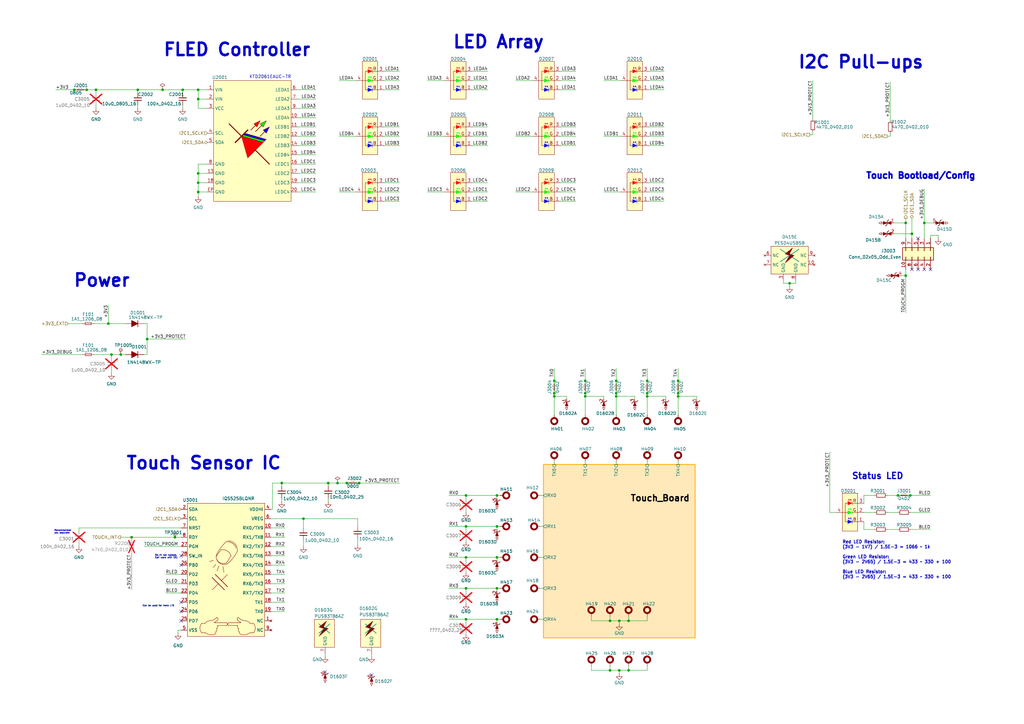
<source format=kicad_sch>
(kicad_sch (version 20230121) (generator eeschema)
  (paper "A3")
  (title_block (title "Fret Assembly") (date "2023-08-07") (rev "1") (company "Beep Boop"))
  (junction (at 373.38 203.2))
  (junction (at 257.81 274.955))
  (junction (at 227.33 162.56))
  (junction (at 56.515 36.83))
  (junction (at 203.835 228.6))
  (junction (at 191.135 203.2))
  (junction (at 81.28 36.83))
  (junction (at 134.62 198.12))
  (junction (at 278.13 156.21))
  (junction (at 203.835 254))
  (junction (at 138.43 198.12))
  (junction (at 191.135 215.9))
  (junction (at 374.015 95.885))
  (junction (at 191.135 241.3))
  (junction (at 203.835 241.3))
  (junction (at 71.755 220.345))
  (junction (at 371.475 91.44))
  (junction (at 39.37 36.83))
  (junction (at 254 274.955))
  (junction (at 227.33 161.29))
  (junction (at 74.93 36.83))
  (junction (at 45.72 145.415))
  (junction (at 81.28 78.74))
  (junction (at 227.33 156.21))
  (junction (at 265.43 156.21))
  (junction (at 203.835 203.2))
  (junction (at 379.095 91.44))
  (junction (at 35.56 36.83))
  (junction (at 323.85 116.205))
  (junction (at 252.73 162.56))
  (junction (at 240.03 162.56))
  (junction (at 240.03 161.29))
  (junction (at 250.19 254.635))
  (junction (at 371.475 113.03))
  (junction (at 81.28 71.12))
  (junction (at 278.13 162.56))
  (junction (at 124.46 212.725))
  (junction (at 250.19 274.955))
  (junction (at 278.13 161.29))
  (junction (at 66.675 36.83))
  (junction (at 49.53 145.415))
  (junction (at 142.24 198.12))
  (junction (at 30.48 36.83))
  (junction (at 191.135 254))
  (junction (at 115.57 198.12))
  (junction (at 81.28 74.93))
  (junction (at 265.43 161.29))
  (junction (at 147.32 198.12))
  (junction (at 368.3 203.2))
  (junction (at 81.28 40.64))
  (junction (at 203.835 215.9))
  (junction (at 265.43 162.56))
  (junction (at 257.81 254.635))
  (junction (at 60.325 139.065))
  (junction (at 44.45 132.715))
  (junction (at 53.975 220.345))
  (junction (at 191.135 228.6))
  (junction (at 252.73 161.29))
  (junction (at 240.03 156.21))
  (junction (at 252.73 156.21))
  (junction (at 254 254.635))
  (no_connect (at 376.555 97.79))
  (no_connect (at 74.295 250.825))
  (no_connect (at 133.35 275.59))
  (no_connect (at 152.4 276.86))
  (no_connect (at 74.295 231.775))
  (no_connect (at 376.555 110.49))
  (no_connect (at 374.015 110.49))
  (no_connect (at 74.295 254.635))
  (no_connect (at 379.095 110.49))
  (no_connect (at 381.635 110.49))
  (no_connect (at 74.295 247.015))
  (no_connect (at 74.295 227.965))
  (wire (pts (xy 193.675 59.69) (xy 200.025 59.69)))
  (wire (pts (xy 32.385 216.535) (xy 74.295 216.535)))
  (wire (pts (xy 363.855 210.185) (xy 368.3 210.185)))
  (wire (pts (xy 124.46 212.725) (xy 111.125 212.725)))
  (wire (pts (xy 157.48 59.69) (xy 163.83 59.69)))
  (wire (pts (xy 191.135 228.6) (xy 191.135 229.87)))
  (wire (pts (xy 240.03 156.21) (xy 240.03 161.29)))
  (wire (pts (xy 323.85 116.205) (xy 326.39 116.205)))
  (wire (pts (xy 363.855 217.17) (xy 368.3 217.17)))
  (wire (pts (xy 139.065 33.02) (xy 146.05 33.02)))
  (wire (pts (xy 229.87 78.74) (xy 236.22 78.74)))
  (wire (pts (xy 191.135 215.9) (xy 191.135 217.17)))
  (wire (pts (xy 175.26 33.02) (xy 182.245 33.02)))
  (wire (pts (xy 203.835 254) (xy 205.105 254)))
  (wire (pts (xy 229.87 33.02) (xy 236.22 33.02)))
  (wire (pts (xy 60.325 139.065) (xy 60.325 145.415)))
  (wire (pts (xy 184.15 254) (xy 191.135 254)))
  (wire (pts (xy 265.43 252.73) (xy 265.43 254.635)))
  (wire (pts (xy 139.065 78.74) (xy 146.05 78.74)))
  (wire (pts (xy 66.675 36.83) (xy 74.93 36.83)))
  (wire (pts (xy 32.385 222.885) (xy 32.385 224.155)))
  (wire (pts (xy 67.945 239.395) (xy 74.295 239.395)))
  (wire (pts (xy 326.39 114.935) (xy 326.39 116.205)))
  (wire (pts (xy 278.13 162.56) (xy 278.13 170.18)))
  (wire (pts (xy 111.125 231.775) (xy 116.84 231.775)))
  (wire (pts (xy 354.33 210.185) (xy 358.775 210.185)))
  (wire (pts (xy 203.835 241.3) (xy 205.105 241.3)))
  (wire (pts (xy 129.54 71.12) (xy 121.92 71.12)))
  (wire (pts (xy 266.065 55.88) (xy 272.415 55.88)))
  (wire (pts (xy 278.13 162.56) (xy 285.75 162.56)))
  (wire (pts (xy 129.54 67.31) (xy 121.92 67.31)))
  (wire (pts (xy 254 274.955) (xy 257.81 274.955)))
  (wire (pts (xy 146.685 215.9) (xy 146.685 212.725)))
  (wire (pts (xy 227.33 151.13) (xy 227.33 156.21)))
  (wire (pts (xy 85.09 67.31) (xy 81.28 67.31)))
  (wire (pts (xy 129.54 40.64) (xy 121.92 40.64)))
  (wire (pts (xy 365.125 54.61) (xy 365.125 55.88)))
  (wire (pts (xy 371.475 113.03) (xy 371.475 110.49)))
  (wire (pts (xy 252.73 162.56) (xy 252.73 170.18)))
  (wire (pts (xy 129.54 55.88) (xy 121.92 55.88)))
  (wire (pts (xy 229.87 82.55) (xy 236.22 82.55)))
  (wire (pts (xy 184.15 228.6) (xy 191.135 228.6)))
  (wire (pts (xy 193.675 82.55) (xy 200.025 82.55)))
  (wire (pts (xy 252.73 189.23) (xy 252.73 190.5)))
  (wire (pts (xy 49.53 144.78) (xy 49.53 145.415)))
  (wire (pts (xy 81.28 36.83) (xy 81.28 40.64)))
  (wire (pts (xy 266.065 33.02) (xy 272.415 33.02)))
  (wire (pts (xy 38.735 145.415) (xy 45.72 145.415)))
  (wire (pts (xy 152.4 269.24) (xy 152.4 267.97)))
  (wire (pts (xy 111.76 198.12) (xy 111.76 208.915)))
  (wire (pts (xy 67.945 235.585) (xy 74.295 235.585)))
  (wire (pts (xy 252.73 162.56) (xy 260.35 162.56)))
  (wire (pts (xy 340.36 185.42) (xy 340.36 210.185)))
  (wire (pts (xy 49.53 220.345) (xy 53.975 220.345)))
  (wire (pts (xy 191.135 241.3) (xy 191.135 242.57)))
  (wire (pts (xy 265.43 189.23) (xy 265.43 190.5)))
  (wire (pts (xy 129.54 52.07) (xy 121.92 52.07)))
  (wire (pts (xy 247.65 78.74) (xy 254.635 78.74)))
  (wire (pts (xy 366.395 95.885) (xy 374.015 95.885)))
  (wire (pts (xy 366.395 91.44) (xy 371.475 91.44)))
  (wire (pts (xy 111.76 198.12) (xy 115.57 198.12)))
  (wire (pts (xy 81.28 71.12) (xy 85.09 71.12)))
  (wire (pts (xy 229.87 59.69) (xy 236.22 59.69)))
  (wire (pts (xy 60.325 132.715) (xy 60.325 139.065)))
  (wire (pts (xy 81.28 36.83) (xy 85.09 36.83)))
  (wire (pts (xy 373.38 217.17) (xy 381.635 217.17)))
  (wire (pts (xy 191.135 254) (xy 203.835 254)))
  (wire (pts (xy 45.72 145.415) (xy 49.53 145.415)))
  (wire (pts (xy 323.85 116.205) (xy 323.85 117.475)))
  (wire (pts (xy 129.54 36.83) (xy 121.92 36.83)))
  (wire (pts (xy 278.13 151.13) (xy 278.13 156.21)))
  (wire (pts (xy 229.87 36.83) (xy 236.22 36.83)))
  (wire (pts (xy 129.54 48.26) (xy 121.92 48.26)))
  (wire (pts (xy 134.62 198.12) (xy 138.43 198.12)))
  (wire (pts (xy 211.455 33.02) (xy 218.44 33.02)))
  (wire (pts (xy 254 274.955) (xy 254 276.225)))
  (wire (pts (xy 250.19 274.955) (xy 254 274.955)))
  (wire (pts (xy 203.835 203.2) (xy 203.835 204.47)))
  (wire (pts (xy 133.35 269.24) (xy 133.35 267.97)))
  (wire (pts (xy 227.33 189.23) (xy 227.33 190.5)))
  (wire (pts (xy 232.41 162.56) (xy 232.41 163.83)))
  (wire (pts (xy 53.975 220.345) (xy 53.975 221.615)))
  (wire (pts (xy 157.48 82.55) (xy 163.83 82.55)))
  (wire (pts (xy 74.93 36.83) (xy 74.93 38.1)))
  (wire (pts (xy 203.835 254) (xy 203.835 255.27)))
  (wire (pts (xy 191.135 215.9) (xy 203.835 215.9)))
  (wire (pts (xy 265.43 151.13) (xy 265.43 156.21)))
  (wire (pts (xy 129.54 74.93) (xy 121.92 74.93)))
  (wire (pts (xy 81.28 74.93) (xy 85.09 74.93)))
  (wire (pts (xy 266.065 29.21) (xy 272.415 29.21)))
  (wire (pts (xy 384.81 96.52) (xy 381.635 96.52)))
  (wire (pts (xy 266.065 74.93) (xy 272.415 74.93)))
  (wire (pts (xy 157.48 78.74) (xy 163.83 78.74)))
  (wire (pts (xy 266.065 78.74) (xy 272.415 78.74)))
  (wire (pts (xy 278.13 189.23) (xy 278.13 190.5)))
  (wire (pts (xy 124.46 212.725) (xy 146.685 212.725)))
  (wire (pts (xy 74.93 43.18) (xy 74.93 44.45)))
  (wire (pts (xy 17.145 145.415) (xy 33.655 145.415)))
  (wire (pts (xy 221.615 241.3) (xy 222.885 241.3)))
  (wire (pts (xy 240.03 161.29) (xy 240.03 162.56)))
  (wire (pts (xy 278.13 156.21) (xy 278.13 161.29)))
  (wire (pts (xy 184.15 241.3) (xy 191.135 241.3)))
  (wire (pts (xy 111.125 220.345) (xy 116.84 220.345)))
  (wire (pts (xy 59.055 224.155) (xy 74.295 224.155)))
  (wire (pts (xy 193.675 74.93) (xy 200.025 74.93)))
  (wire (pts (xy 254 254.635) (xy 254 255.905)))
  (wire (pts (xy 203.835 215.9) (xy 205.105 215.9)))
  (wire (pts (xy 229.87 74.93) (xy 236.22 74.93)))
  (wire (pts (xy 252.73 151.13) (xy 252.73 156.21)))
  (wire (pts (xy 193.675 33.02) (xy 200.025 33.02)))
  (wire (pts (xy 44.45 125.095) (xy 44.45 132.715)))
  (wire (pts (xy 157.48 36.83) (xy 163.83 36.83)))
  (wire (pts (xy 157.48 33.02) (xy 163.83 33.02)))
  (wire (pts (xy 71.755 220.345) (xy 74.295 220.345)))
  (wire (pts (xy 266.065 59.69) (xy 272.415 59.69)))
  (wire (pts (xy 146.685 220.98) (xy 146.685 223.52)))
  (wire (pts (xy 354.33 203.2) (xy 358.775 203.2)))
  (wire (pts (xy 227.33 162.56) (xy 232.41 162.56)))
  (wire (pts (xy 240.03 189.23) (xy 240.03 190.5)))
  (wire (pts (xy 265.43 273.05) (xy 265.43 274.955)))
  (wire (pts (xy 134.62 204.47) (xy 134.62 205.74)))
  (wire (pts (xy 250.19 273.05) (xy 250.19 274.955)))
  (wire (pts (xy 260.35 162.56) (xy 260.35 163.83)))
  (wire (pts (xy 44.45 132.715) (xy 51.435 132.715)))
  (wire (pts (xy 175.26 78.74) (xy 182.245 78.74)))
  (wire (pts (xy 340.36 210.185) (xy 342.9 210.185)))
  (wire (pts (xy 67.945 243.205) (xy 74.295 243.205)))
  (wire (pts (xy 384.81 97.79) (xy 384.81 96.52)))
  (wire (pts (xy 266.065 82.55) (xy 272.415 82.55)))
  (wire (pts (xy 191.135 203.2) (xy 191.135 204.47)))
  (wire (pts (xy 247.65 55.88) (xy 254.635 55.88)))
  (wire (pts (xy 81.28 67.31) (xy 81.28 71.12)))
  (wire (pts (xy 193.675 55.88) (xy 200.025 55.88)))
  (wire (pts (xy 27.94 132.715) (xy 33.655 132.715)))
  (wire (pts (xy 81.28 40.64) (xy 81.28 44.45)))
  (wire (pts (xy 247.65 33.02) (xy 254.635 33.02)))
  (wire (pts (xy 254 254.635) (xy 257.81 254.635)))
  (wire (pts (xy 247.65 162.56) (xy 247.65 163.83)))
  (wire (pts (xy 203.835 215.9) (xy 203.835 217.17)))
  (wire (pts (xy 147.32 198.12) (xy 163.83 198.12)))
  (wire (pts (xy 191.135 210.185) (xy 191.135 209.55)))
  (wire (pts (xy 240.03 162.56) (xy 240.03 170.18)))
  (wire (pts (xy 111.125 227.965) (xy 116.84 227.965)))
  (wire (pts (xy 211.455 55.88) (xy 218.44 55.88)))
  (wire (pts (xy 111.125 224.155) (xy 116.84 224.155)))
  (wire (pts (xy 175.26 55.88) (xy 182.245 55.88)))
  (wire (pts (xy 203.835 241.3) (xy 203.835 242.57)))
  (wire (pts (xy 111.125 235.585) (xy 116.84 235.585)))
  (wire (pts (xy 354.33 217.17) (xy 354.33 213.995)))
  (wire (pts (xy 358.775 217.17) (xy 354.33 217.17)))
  (wire (pts (xy 193.675 29.21) (xy 200.025 29.21)))
  (wire (pts (xy 321.31 116.205) (xy 323.85 116.205)))
  (wire (pts (xy 81.28 74.93) (xy 81.28 78.74)))
  (wire (pts (xy 39.37 36.83) (xy 39.37 38.1)))
  (wire (pts (xy 129.54 78.74) (xy 121.92 78.74)))
  (wire (pts (xy 363.855 203.2) (xy 368.3 203.2)))
  (wire (pts (xy 242.57 254.635) (xy 250.19 254.635)))
  (wire (pts (xy 265.43 161.29) (xy 265.43 162.56)))
  (wire (pts (xy 365.125 55.88) (xy 363.855 55.88)))
  (wire (pts (xy 227.33 156.21) (xy 227.33 161.29)))
  (wire (pts (xy 278.13 161.29) (xy 278.13 162.56)))
  (wire (pts (xy 203.835 228.6) (xy 203.835 229.87)))
  (wire (pts (xy 193.675 36.83) (xy 200.025 36.83)))
  (wire (pts (xy 221.615 254) (xy 222.885 254)))
  (wire (pts (xy 273.05 162.56) (xy 273.05 163.83)))
  (wire (pts (xy 134.62 198.12) (xy 134.62 199.39)))
  (wire (pts (xy 257.81 274.955) (xy 257.81 273.05)))
  (wire (pts (xy 229.87 29.21) (xy 236.22 29.21)))
  (wire (pts (xy 373.38 203.2) (xy 381.635 203.2)))
  (wire (pts (xy 111.76 208.915) (xy 111.125 208.915)))
  (wire (pts (xy 191.135 241.3) (xy 203.835 241.3)))
  (wire (pts (xy 142.24 198.12) (xy 147.32 198.12)))
  (wire (pts (xy 242.57 252.73) (xy 242.57 254.635)))
  (wire (pts (xy 252.73 161.29) (xy 252.73 162.56)))
  (wire (pts (xy 252.73 156.21) (xy 252.73 161.29)))
  (wire (pts (xy 227.33 162.56) (xy 227.33 170.18)))
  (wire (pts (xy 221.615 228.6) (xy 222.885 228.6)))
  (wire (pts (xy 157.48 29.21) (xy 163.83 29.21)))
  (wire (pts (xy 111.125 243.205) (xy 116.84 243.205)))
  (wire (pts (xy 333.375 53.975) (xy 333.375 55.245)))
  (wire (pts (xy 115.57 198.12) (xy 134.62 198.12)))
  (wire (pts (xy 81.28 71.12) (xy 81.28 74.93)))
  (wire (pts (xy 129.54 44.45) (xy 121.92 44.45)))
  (wire (pts (xy 129.54 59.69) (xy 121.92 59.69)))
  (wire (pts (xy 39.37 43.18) (xy 39.37 44.45)))
  (wire (pts (xy 229.87 55.88) (xy 236.22 55.88)))
  (wire (pts (xy 184.15 203.2) (xy 191.135 203.2)))
  (wire (pts (xy 38.735 132.715) (xy 44.45 132.715)))
  (wire (pts (xy 333.375 33.02) (xy 333.375 48.895)))
  (wire (pts (xy 221.615 203.2) (xy 222.885 203.2)))
  (wire (pts (xy 193.675 78.74) (xy 200.025 78.74)))
  (wire (pts (xy 56.515 36.83) (xy 56.515 38.1)))
  (wire (pts (xy 157.48 74.93) (xy 163.83 74.93)))
  (wire (pts (xy 73.025 259.715) (xy 73.025 258.445)))
  (wire (pts (xy 111.125 239.395) (xy 116.84 239.395)))
  (wire (pts (xy 381.635 96.52) (xy 381.635 97.79)))
  (wire (pts (xy 266.065 52.07) (xy 272.415 52.07)))
  (wire (pts (xy 211.455 78.74) (xy 218.44 78.74)))
  (wire (pts (xy 111.125 247.015) (xy 116.84 247.015)))
  (wire (pts (xy 35.56 36.83) (xy 39.37 36.83)))
  (wire (pts (xy 321.31 114.935) (xy 321.31 116.205)))
  (wire (pts (xy 205.105 203.2) (xy 203.835 203.2)))
  (wire (pts (xy 115.57 198.12) (xy 115.57 199.39)))
  (wire (pts (xy 240.03 151.13) (xy 240.03 156.21)))
  (wire (pts (xy 229.87 52.07) (xy 236.22 52.07)))
  (wire (pts (xy 191.135 254) (xy 191.135 255.27)))
  (wire (pts (xy 111.125 250.825) (xy 116.84 250.825)))
  (wire (pts (xy 379.095 91.44) (xy 379.095 97.79)))
  (wire (pts (xy 157.48 55.88) (xy 163.83 55.88)))
  (wire (pts (xy 265.43 162.56) (xy 273.05 162.56)))
  (wire (pts (xy 354.33 206.375) (xy 354.33 203.2)))
  (wire (pts (xy 138.43 198.12) (xy 142.24 198.12)))
  (wire (pts (xy 368.3 203.2) (xy 373.38 203.2)))
  (wire (pts (xy 115.57 204.47) (xy 115.57 205.74)))
  (wire (pts (xy 265.43 162.56) (xy 265.43 170.18)))
  (wire (pts (xy 53.975 220.345) (xy 71.755 220.345)))
  (wire (pts (xy 73.025 258.445) (xy 74.295 258.445)))
  (wire (pts (xy 221.615 215.9) (xy 222.885 215.9)))
  (wire (pts (xy 266.065 36.83) (xy 272.415 36.83)))
  (wire (pts (xy 191.135 203.2) (xy 203.835 203.2)))
  (wire (pts (xy 373.38 210.185) (xy 381.635 210.185)))
  (wire (pts (xy 257.81 274.955) (xy 265.43 274.955)))
  (wire (pts (xy 32.385 216.535) (xy 32.385 217.805)))
  (wire (pts (xy 333.375 55.245) (xy 332.105 55.245)))
  (wire (pts (xy 157.48 52.07) (xy 163.83 52.07)))
  (wire (pts (xy 365.125 33.655) (xy 365.125 49.53)))
  (wire (pts (xy 374.015 95.885) (xy 374.015 97.79)))
  (wire (pts (xy 250.19 252.73) (xy 250.19 254.635)))
  (wire (pts (xy 124.46 221.615) (xy 124.46 224.155)))
  (wire (pts (xy 240.03 162.56) (xy 247.65 162.56)))
  (wire (pts (xy 371.475 113.03) (xy 371.475 128.27)))
  (wire (pts (xy 129.54 63.5) (xy 121.92 63.5)))
  (wire (pts (xy 193.675 52.07) (xy 200.025 52.07)))
  (wire (pts (xy 60.325 145.415) (xy 59.055 145.415)))
  (wire (pts (xy 45.72 145.415) (xy 45.72 146.685)))
  (wire (pts (xy 139.065 55.88) (xy 146.05 55.88)))
  (wire (pts (xy 371.475 91.44) (xy 371.475 97.79)))
  (wire (pts (xy 59.055 132.715) (xy 60.325 132.715)))
  (wire (pts (xy 81.28 78.74) (xy 85.09 78.74)))
  (wire (pts (xy 285.75 162.56) (xy 285.75 163.83)))
  (wire (pts (xy 60.325 139.065) (xy 76.2 139.065)))
  (wire (pts (xy 242.57 273.05) (xy 242.57 274.955)))
  (wire (pts (xy 30.48 36.83) (xy 35.56 36.83)))
  (wire (pts (xy 374.015 89.535) (xy 374.015 95.885)))
  (wire (pts (xy 81.28 40.64) (xy 85.09 40.64)))
  (wire (pts (xy 49.53 145.415) (xy 51.435 145.415)))
  (wire (pts (xy 111.125 216.535) (xy 116.84 216.535)))
  (wire (pts (xy 81.28 80.645) (xy 81.28 78.74)))
  (wire (pts (xy 45.72 151.765) (xy 45.72 153.035)))
  (wire (pts (xy 56.515 36.83) (xy 66.675 36.83)))
  (wire (pts (xy 184.15 215.9) (xy 191.135 215.9)))
  (wire (pts (xy 39.37 36.83) (xy 56.515 36.83)))
  (wire (pts (xy 379.095 77.47) (xy 379.095 91.44)))
  (wire (pts (xy 371.475 89.535) (xy 371.475 91.44)))
  (wire (pts (xy 56.515 43.18) (xy 56.515 44.45)))
  (wire (pts (xy 191.135 228.6) (xy 203.835 228.6)))
  (wire (pts (xy 250.19 254.635) (xy 254 254.635)))
  (wire (pts (xy 53.975 226.695) (xy 53.975 241.935)))
  (wire (pts (xy 379.095 91.44) (xy 382.905 91.44)))
  (wire (pts (xy 124.46 212.725) (xy 124.46 216.535)))
  (wire (pts (xy 369.57 113.03) (xy 371.475 113.03)))
  (wire (pts (xy 257.81 254.635) (xy 257.81 252.73)))
  (wire (pts (xy 74.93 36.83) (xy 81.28 36.83)))
  (wire (pts (xy 242.57 274.955) (xy 250.19 274.955)))
  (wire (pts (xy 22.86 36.83) (xy 30.48 36.83)))
  (wire (pts (xy 227.33 161.29) (xy 227.33 162.56)))
  (wire (pts (xy 203.835 228.6) (xy 205.105 228.6)))
  (wire (pts (xy 85.09 44.45) (xy 81.28 44.45)))
  (wire (pts (xy 265.43 156.21) (xy 265.43 161.29)))
  (wire (pts (xy 257.81 254.635) (xy 265.43 254.635)))
  (text "LED Array" (at 185.42 20.32 0) (effects (font (size 5.08 5.08) (thickness 1.016) bold) (justify left bottom)))
  (text "Can be used for more I/O" (at 58.42 248.92 0) (effects (font (size 0.635 0.635)) (justify left bottom)))
  (text "Red LED Resistor: \n(3V3 - 1V7) / 1.5E-3 = 1066 ~ 1k\n\nGreen LED Resistor: \n(3V3 - 2V65) / 1.5E-3 = 433 ~ 330 + 100\n\nBlue LED Resistor: \n(3V3 - 2V65) / 1.5E-3 = 433 ~ 330 + 100" (at 345.44 237.49 0) (effects (font (size 1.27 1.27) bold) (justify left bottom)))
  (text "Touch Bootload/Config" (at 354.965 73.66 0) (effects (font (size 2.54 2.54) (thickness 1.016) bold) (justify left bottom)))
  (text "Status LED" (at 349.25 196.85 0) (effects (font (size 2.54 2.54) (thickness 0.508) bold) (justify left bottom)))
  (text "Recommended\nyou populate" (at 22.225 219.075 0) (effects (font (size 0.635 0.635)) (justify left bottom)))
  (text "I2C Pull-ups" (at 327.025 28.575 0) (effects (font (size 5.08 5.08) (thickness 1.016) bold) (justify left bottom)))
  (text "FLED Controller\n" (at 66.675 23.495 0) (effects (font (size 5.08 5.08) (thickness 1.016) bold) (justify left bottom)))
  (text "KTD2061EAUC-TR" (at 102.235 32.385 0) (effects (font (size 1.27 1.27)) (justify left bottom)))
  (text "Touch Sensor IC" (at 51.435 193.04 0) (effects (font (size 5.08 5.08) (thickness 1.016) bold) (justify left bottom)))
  (text "SW_IN not needed.\nCan wake with I2C." (at 63.5 229.235 0) (effects (font (size 0.635 0.635)) (justify left bottom)))
  (text "Power" (at 29.845 118.11 0) (effects (font (size 5.08 5.08) (thickness 1.016) bold) (justify left bottom)))
  (label "GLED" (at 381.635 210.185 180))
  (label "LEDC3" (at 175.26 78.74 0))
  (label "LEDB2" (at 272.415 52.07 180))
  (label "LEDA2" (at 163.83 33.02 180))
  (label "LEDC1" (at 200.025 78.74 180))
  (label "LEDB4" (at 129.54 63.5 180))
  (label "LEDA1" (at 247.65 33.02 0))
  (label "LEDB2" (at 211.455 55.88 0))
  (label "LEDB4" (at 200.025 52.07 180))
  (label "LEDA3" (at 272.415 33.02 180))
  (label "LEDC1" (at 129.54 67.31 180))
  (label "LEDC3" (at 129.54 74.93 180))
  (label "LEDC3" (at 236.22 74.93 180))
  (label "TX0" (at 227.33 151.13 270))
  (label "RLED" (at 381.635 203.2 180))
  (label "TOUCH_PROGM" (at 59.055 224.155 0) (property "Intersheetrefs" "${INTERSHEET_REFS}" (effects hide)))
  (label "LEDC4" (at 236.22 78.74 180))
  (label "LEDB3" (at 129.54 59.69 180))
  (label "LEDA3" (at 129.54 44.45 180))
  (label "LEDB3" (at 272.415 55.88 180))
  (label "LEDA1" (at 236.22 36.83 180))
  (label "RX4" (at 116.84 231.775 180))
  (label "LEDB3" (at 236.22 52.07 180))
  (label "LEDA1" (at 129.54 36.83 180))
  (label "LEDC4" (at 272.415 82.55 180))
  (label "+3V3_DEBUG" (at 379.095 77.47 270))
  (label "LEDA4" (at 200.025 29.21 180))
  (label "LEDB1" (at 247.65 55.88 0))
  (label "LEDC1" (at 163.83 74.93 180))
  (label "LEDB4" (at 139.065 55.88 0))
  (label "+3V3_PROTECT" (at 340.36 185.42 270))
  (label "+3V3_PROTECT" (at 76.2 139.065 180))
  (label "TX0" (at 116.84 250.825 180))
  (label "RLED" (at 67.945 235.585 0))
  (label "+3V3_PROTECT" (at 163.83 198.12 180))
  (label "LEDB3" (at 163.83 59.69 180))
  (label "LEDC3" (at 272.415 78.74 180))
  (label "RX1" (at 116.84 220.345 180))
  (label "TX4" (at 116.84 235.585 180))
  (label "LEDB2" (at 129.54 55.88 180))
  (label "TX3" (at 116.84 239.395 180))
  (label "TX2" (at 252.73 151.13 270))
  (label "TX1" (at 116.84 247.015 180))
  (label "LEDA3" (at 236.22 29.21 180))
  (label "LEDC2" (at 163.83 78.74 180))
  (label "LEDC1" (at 236.22 82.55 180))
  (label "GLED" (at 67.945 239.395 0))
  (label "LEDA4" (at 236.22 33.02 180))
  (label "LEDA2" (at 200.025 36.83 180))
  (label "RX3" (at 116.84 227.965 180))
  (label "RX4" (at 184.15 254 0))
  (label "LEDC4" (at 200.025 74.93 180))
  (label "LEDA2" (at 272.415 29.21 180))
  (label "LEDC2" (at 129.54 71.12 180))
  (label "LEDB1" (at 163.83 52.07 180))
  (label "+3V3" (at 22.86 36.83 0))
  (label "LEDB1" (at 236.22 59.69 180))
  (label "LEDB2" (at 163.83 55.88 180))
  (label "RX2" (at 116.84 224.155 180))
  (label "LEDA1" (at 163.83 29.21 180))
  (label "LEDA4" (at 139.065 33.02 0))
  (label "LEDC4" (at 129.54 78.74 180))
  (label "TX1" (at 240.03 151.13 270))
  (label "+3V3_DEBUG" (at 17.145 145.415 0))
  (label "LEDA4" (at 129.54 48.26 180))
  (label "LEDA4" (at 272.415 36.83 180))
  (label "LEDB2" (at 200.025 59.69 180))
  (label "RX3" (at 184.15 241.3 0))
  (label "LEDC4" (at 139.065 78.74 0))
  (label "+3V3_PROTECT" (at 365.125 33.655 270))
  (label "+3V3_PROTECT" (at 53.975 241.935 90))
  (label "LEDB4" (at 272.415 59.69 180))
  (label "LEDA3" (at 175.26 33.02 0))
  (label "LEDC2" (at 272.415 74.93 180))
  (label "LEDB4" (at 236.22 55.88 180))
  (label "LEDC2" (at 211.455 78.74 0))
  (label "RX0" (at 116.84 216.535 180))
  (label "RX0" (at 184.15 203.2 0))
  (label "LEDB3" (at 175.26 55.88 0))
  (label "RX1" (at 184.15 215.9 0))
  (label "LEDB1" (at 129.54 52.07 180))
  (label "LEDA3" (at 163.83 36.83 180))
  (label "LEDC1" (at 247.65 78.74 0))
  (label "RX2" (at 184.15 228.6 0))
  (label "LEDA1" (at 200.025 33.02 180))
  (label "TOUCH_PROGM" (at 371.475 128.27 90) (property "Intersheetrefs" "${INTERSHEET_REFS}" (effects hide)))
  (label "LEDC3" (at 163.83 82.55 180))
  (label "LEDA2" (at 129.54 40.64 180))
  (label "BLED" (at 381.635 217.17 180))
  (label "+3V3_PROTECT" (at 333.375 33.02 270))
  (label "TX3" (at 265.43 151.13 270))
  (label "BLED" (at 67.945 243.205 0))
  (label "TX2" (at 116.84 243.205 180))
  (label "LEDC2" (at 200.025 82.55 180))
  (label "+3V3" (at 44.45 125.095 270))
  (label "TX4" (at 278.13 151.13 270))
  (label "LEDB1" (at 200.025 55.88 180))
  (label "LEDA2" (at 211.455 33.02 0))
  (hierarchical_label "+3V3_EXT" (shape input) (at 27.94 132.715 180))
  (hierarchical_label "I2C1_SDA" (shape bidirectional) (at 374.015 89.535 90) (property "Intersheetrefs" "${INTERSHEET_REFS}" (effects hide)))
  (hierarchical_label "TOUCH_INT" (shape output) (at 49.53 220.345 180) (property "Intersheetrefs" "${INTERSHEET_REFS}" (effects hide)))
  (hierarchical_label "I2C1_SCLK" (shape input) (at 85.09 54.61 180) (property "Intersheetrefs" "${INTERSHEET_REFS}" (effects hide)))
  (hierarchical_label "I2C1_SDA" (shape passive) (at 363.855 55.88 180) (property "Intersheetrefs" "${INTERSHEET_REFS}" (effects hide)))
  (hierarchical_label "I2C1_SDA" (shape bidirectional) (at 85.09 58.42 180) (property "Intersheetrefs" "${INTERSHEET_REFS}" (effects hide)))
  (hierarchical_label "I2C1_SCLK" (shape input) (at 74.295 212.725 180) (property "Intersheetrefs" "${INTERSHEET_REFS}" (effects hide)))
  (hierarchical_label "I2C1_SCLK" (shape output) (at 371.475 89.535 90) (property "Intersheetrefs" "${INTERSHEET_REFS}" (effects hide)))
  (hierarchical_label "I2C1_SDA" (shape bidirectional) (at 74.295 208.915 180) (property "Intersheetrefs" "${INTERSHEET_REFS}" (effects hide)))
  (hierarchical_label "I2C1_SCLK" (shape passive) (at 332.105 55.245 180) (property "Intersheetrefs" "${INTERSHEET_REFS}" (effects hide)))
  (symbol (lib_id "Device:C_Small") (at 191.135 207.01 0) (mirror x) (unit 1) (dnp yes)
    (property "Reference" "C3006" (at 186.055 207.01 0))
    (property "Value" "????_0402_25" (effects hide))
    (property "Footprint" "Footprint_Library:0402_1005Metric_Handsolder" (effects hide))
    (instances (project "Fret_Board" (path "" (reference "C3006") (unit 1))) (project "Fret_State" (path "" (reference "C19") (unit 1))) (project "Beacon" (path "" (reference "C19") (unit 1)) (path "" (reference "C22") (unit 1)) (path "" (reference "C10006") (unit 1))) (project "Beacon_Multiboard" (path "" (reference "C1608") (unit 1)) (path "" (reference "C406") (unit 1))))
  )
  (symbol (lib_id "Beacon_Library:CUT_N_JUMP") (at 144.78 195.58 0) (unit 1) (in_bom no)
    (property "Reference" "J3002" (at 145.415 196.215 0))
    (property "Value" "0805" (at 144.78 199.39 0))
    (property "Footprint" "Footprint_Library:0805_CUT-N-JUMP" (effects hide))
    (instances (project "Fret_Board" (path "" (reference "J3002") (unit 1))) (project "Fret_State" (path "" (reference "J10002") (unit 1))) (project "Beacon" (path "" (reference "J10002") (unit 1))) (project "Beacon_Multiboard" (path "" (reference "J1601") (unit 1)) (path "" (reference "J408") (unit 1))))
  )
  (symbol (lib_id "Beacon_Library:PUSB3TB6AZ") (at 133.35 276.86 0) (unit 6)
    (property "Reference" "D1603" (at 135.255 277.495 0) (effects (justify left)))
    (property "Value" "PUSB3TB6AZ" (effects hide))
    (property "Footprint" "Footprint_Library:PUSB3TB6AZ" (effects hide))
    (property "Datasheet" "https://www.mouser.com/ProductDetail/Nexperia/PUSB3TB6AZ?qs=sGAEpiMZZMsItbzKdwyIexOeqgdNqyv4WQQDY34J%252BeOC%252B9EpkeLS%252BQ%3D%3D" (effects hide))
    (instances (project "Beacon_Multiboard" (path "" (reference "D1603") (unit 6)) (path "" (reference "D416") (unit 6))))
  )
  (symbol (lib_id "power:PWR_FLAG") (at 138.43 198.12 0) (unit 1)
    (property "Reference" "#FLG01601" (effects hide))
    (property "Value" "PWR_FLAG" (effects hide))
    (instances (project "Beacon_Multiboard" (path "" (reference "#FLG01601") (unit 1)) (path "" (reference "#FLG0402") (unit 1))))
  )
  (symbol (lib_id "Device:R_Small") (at 361.315 217.17 270) (unit 1)
    (property "Reference" "R3003" (at 360.045 215.265 90))
    (property "Value" "0330_0402_010" (effects hide))
    (property "Footprint" "Footprint_Library:0402_1005Metric_Handsolder" (effects hide))
    (instances (project "Fret_Board" (path "" (reference "R3003") (unit 1))) (project "Fret_State" (path "" (reference "R15") (unit 1))) (project "Beacon" (path "" (reference "R15") (unit 1)) (path "" (reference "R10003") (unit 1))) (project "Beacon_Multiboard" (path "" (reference "R1605") (unit 1)) (path "" (reference "R407") (unit 1))))
  )
  (symbol (lib_id "Beacon_Library:PESD4USB5B-TBSX") (at 368.3 113.03 270) (unit 3)
    (property "Reference" "D415" (at 365.76 114.935 90) (effects (justify right)))
    (property "Value" "PESD4USB5B" (effects hide))
    (property "Footprint" "Footprint_Library:PESD4USB5BTBSX" (effects hide))
    (property "Datasheet" "https://www.mouser.com/ProductDetail/Nexperia/PESD4USB5B-TBSX?qs=sGAEpiMZZMsItbzKdwyIe0v7IbkW2Xxce7GX43waDW57mBNLazKp2g%3D%3D" (effects hide))
  )
  (symbol (lib_id "Device:R_Small") (at 53.975 224.155 180) (unit 1) (dnp yes)
    (property "Reference" "R2206" (at 50.165 222.885 0))
    (property "Value" "47k0_0402_010" (at 45.085 225.425 0))
    (property "Footprint" "Footprint_Library:0402_1005Metric_Handsolder" (effects hide))
    (instances (project "Beacon" (path "" (reference "R2206") (unit 1))) (project "Beacon_Multiboard" (path "" (reference "R506") (unit 1)) (path "" (reference "R409") (unit 1))))
  )
  (symbol (lib_name "Plated_Through_Hole_1") (lib_id "Beacon_Library:Plated_Through_Hole") (at 252.73 183.515 0) (unit 1) (in_bom no)
    (property "Reference" "H408" (at 250.19 184.15 0) (effects (justify left)))
    (property "Value" "Plated_Through_Hole" (effects hide))
    (property "Footprint" "Footprint_Library:Plated_Hole_D1.5mm" (effects hide))
  )
  (symbol (lib_id "power:GND") (at 191.135 247.65 0) (unit 1)
    (property "Reference" "#PWR01009" (effects hide))
    (property "Value" "GND" (at 191.135 250.825 0))
    (instances (project "Fret_Board" (path "" (reference "#PWR01009") (unit 1))) (project "Beacon_Multiboard" (path "" (reference "#PWR0418") (unit 1))))
  )
  (symbol (lib_name "Plated_Through_Hole_1") (lib_id "Beacon_Library:Plated_Through_Hole") (at 265.43 247.015 0) (unit 1) (in_bom no)
    (property "Reference" "H422" (at 263.525 247.65 0) (effects (justify left)))
    (property "Value" "Plated_Through_Hole" (effects hide))
    (property "Footprint" "Footprint_Library:Plated_Hole_D1.5mm" (effects hide))
  )
  (symbol (lib_id "Device:R_Small") (at 361.315 203.2 270) (unit 1)
    (property "Reference" "R3001" (at 360.045 201.295 90))
    (property "Value" "1k00_0402_010" (effects hide))
    (property "Footprint" "Footprint_Library:0402_1005Metric_Handsolder" (effects hide))
    (instances (project "Fret_Board" (path "" (reference "R3001") (unit 1))) (project "Fret_State" (path "" (reference "R15") (unit 1))) (project "Beacon" (path "" (reference "R15") (unit 1)) (path "" (reference "R10001") (unit 1))) (project "Beacon_Multiboard" (path "" (reference "R1601") (unit 1)) (path "" (reference "R403") (unit 1))))
  )
  (symbol (lib_name "Plated_Through_Hole_1") (lib_id "Beacon_Library:Plated_Through_Hole") (at 240.03 175.895 180) (unit 1) (in_bom no)
    (property "Reference" "H402" (at 243.84 175.895 0) (effects (justify left)))
    (property "Value" "Plated_Through_Hole" (effects hide))
    (property "Footprint" "Footprint_Library:Plated_Hole_D1.5mm" (effects hide))
  )
  (symbol (lib_id "power:GND") (at 39.37 44.45 0) (unit 1)
    (property "Reference" "#PWR01008" (effects hide))
    (property "Value" "GND" (at 39.37 48.895 0))
    (instances (project "Fret_Board" (path "" (reference "#PWR01008") (unit 1))) (project "Beacon_Multiboard" (path "" (reference "#PWR0303") (unit 1))))
  )
  (symbol (lib_id "Beacon_Library:UHD1110") (at 255.905 44.45 0) (unit 1)
    (property "Reference" "D2011" (at 257.175 46.99 0) (effects (justify left)))
    (property "Value" "UHD1110" (effects hide))
    (property "Footprint" "Footprint_Library:UHD1110FKACL1A13r3q1BBQFMF3" (effects hide))
    (property "Datasheet" "https://www.mouser.com/ProductDetail/Cree-LED/UHD1110-FKA-CL1A13r3q1BBQFMF3?qs=sGAEpiMZZMusoohG2hS%252B168PbK3Wnfgf2lFl0mjTADbOub3pvQvbiw%3D%3D" (effects hide))
    (instances (project "Fret_Board" (path "" (reference "D2011") (unit 1))) (project "Beacon" (path "" (reference "D7011") (unit 1))) (project "Beacon_Multiboard" (path "" (reference "D408") (unit 1))))
  )
  (symbol (lib_name "Plated_Through_Hole_1") (lib_id "Beacon_Library:Plated_Through_Hole") (at 278.13 175.895 180) (unit 1) (in_bom no)
    (property "Reference" "H405" (at 281.305 175.895 0) (effects (justify left)))
    (property "Value" "Plated_Through_Hole" (effects hide))
    (property "Footprint" "Footprint_Library:Plated_Hole_D1.5mm" (effects hide))
  )
  (symbol (lib_id "Beacon_Library:PESD4USB5B-TBSX") (at 384.175 91.44 90) (unit 4)
    (property "Reference" "D415" (at 387.35 93.98 90))
    (property "Value" "PESD4USB5B" (effects hide))
    (property "Footprint" "Footprint_Library:PESD4USB5BTBSX" (effects hide))
    (property "Datasheet" "https://www.mouser.com/ProductDetail/Nexperia/PESD4USB5B-TBSX?qs=sGAEpiMZZMsItbzKdwyIe0v7IbkW2Xxce7GX43waDW57mBNLazKp2g%3D%3D" (effects hide))
  )
  (symbol (lib_id "Device:R_Small") (at 361.315 210.185 270) (unit 1)
    (property "Reference" "R3002" (at 360.045 208.28 90))
    (property "Value" "0330_0402_010" (effects hide))
    (property "Footprint" "Footprint_Library:0402_1005Metric_Handsolder" (effects hide))
    (instances (project "Fret_Board" (path "" (reference "R3002") (unit 1))) (project "Fret_State" (path "" (reference "R15") (unit 1))) (project "Beacon" (path "" (reference "R15") (unit 1)) (path "" (reference "R10002") (unit 1))) (project "Beacon_Multiboard" (path "" (reference "R1603") (unit 1)) (path "" (reference "R405") (unit 1))))
  )
  (symbol (lib_name "Plated_Through_Hole_1") (lib_id "Beacon_Library:Plated_Through_Hole") (at 215.9 241.3 90) (unit 1) (in_bom no)
    (property "Reference" "H418" (at 220.98 238.125 90) (effects (justify left)))
    (property "Value" "Plated_Through_Hole" (effects hide))
    (property "Footprint" "Footprint_Library:Plated_Hole_D1.5mm" (effects hide))
  )
  (symbol (lib_id "power:GND") (at 133.35 269.24 0) (mirror y) (unit 1)
    (property "Reference" "#PWR03013" (effects hide))
    (property "Value" "GND" (at 130.175 270.51 0))
    (instances (project "Fret_Board" (path "" (reference "#PWR03013") (unit 1))) (project "Fret_State" (path "" (reference "#PWR010013") (unit 1))) (project "Beacon" (path "" (reference "#PWR010013") (unit 1))) (project "Beacon_Multiboard" (path "" (reference "#PWR01701") (unit 1)) (path "" (reference "#PWR0415") (unit 1))))
  )
  (symbol (lib_id "Beacon_Library:PUSB3TB6AZ") (at 260.35 165.1 0) (unit 3)
    (property "Reference" "D1602" (at 257.175 170.18 0) (effects (justify left)))
    (property "Value" "PUSB3TB6AZ" (effects hide))
    (property "Footprint" "Footprint_Library:PUSB3TB6AZ" (effects hide))
    (property "Datasheet" "https://www.mouser.com/ProductDetail/Nexperia/PUSB3TB6AZ?qs=sGAEpiMZZMsItbzKdwyIexOeqgdNqyv4WQQDY34J%252BeOC%252B9EpkeLS%252BQ%3D%3D" (effects hide))
    (instances (project "Beacon_Multiboard" (path "" (reference "D1602") (unit 3)) (path "" (reference "D416") (unit 3))))
  )
  (symbol (lib_id "power:GND") (at 152.4 269.24 0) (mirror y) (unit 1)
    (property "Reference" "#PWR03013" (effects hide))
    (property "Value" "GND" (at 149.225 270.51 0))
    (instances (project "Fret_Board" (path "" (reference "#PWR03013") (unit 1))) (project "Fret_State" (path "" (reference "#PWR010013") (unit 1))) (project "Beacon" (path "" (reference "#PWR010013") (unit 1))) (project "Beacon_Multiboard" (path "" (reference "#PWR01702") (unit 1)) (path "" (reference "#PWR0416") (unit 1))))
  )
  (symbol (lib_id "Device:R_Small") (at 365.125 52.07 180) (unit 1)
    (property "Reference" "R1002" (at 368.554 50.038 0))
    (property "Value" "4k70_0402_010" (at 373.38 52.07 0))
    (property "Footprint" "Footprint_Library:0402_1005Metric_Handsolder" (effects hide))
    (instances (project "Fret_Board" (path "" (reference "R1002") (unit 1))) (project "Beacon" (path "" (reference "R15") (unit 1)) (path "" (reference "R2004") (unit 1))) (project "Beacon_Multiboard" (path "" (reference "R402") (unit 1))))
  )
  (symbol (lib_id "Device:C_Small") (at 45.72 149.225 0) (mirror x) (unit 1) (dnp yes)
    (property "Reference" "C3005" (at 40.005 149.225 0))
    (property "Value" "1u00_0402_10" (at 36.195 151.765 0))
    (property "Footprint" "Footprint_Library:0402_1005Metric_Handsolder" (effects hide))
    (instances (project "Fret_Board" (path "" (reference "C3005") (unit 1)) (path "" (reference "C1002") (unit 1))) (project "Fret_State" (path "" (reference "C19") (unit 1))) (project "Beacon" (path "" (reference "C19") (unit 1)) (path "" (reference "C22") (unit 1)) (path "" (reference "C10005") (unit 1))) (project "Beacon_Multiboard" (path "" (reference "C404") (unit 1))))
  )
  (symbol (lib_id "Beacon_Library:UHD1110") (at 255.905 21.59 0) (unit 1)
    (property "Reference" "D2010" (at 257.175 24.13 0) (effects (justify left)))
    (property "Value" "UHD1110" (effects hide))
    (property "Footprint" "Footprint_Library:UHD1110FKACL1A13r3q1BBQFMF3" (effects hide))
    (property "Datasheet" "https://www.mouser.com/ProductDetail/Cree-LED/UHD1110-FKA-CL1A13r3q1BBQFMF3?qs=sGAEpiMZZMusoohG2hS%252B168PbK3Wnfgf2lFl0mjTADbOub3pvQvbiw%3D%3D" (effects hide))
    (instances (project "Fret_Board" (path "" (reference "D2010") (unit 1))) (project "Beacon" (path "" (reference "D7010") (unit 1))) (project "Beacon_Multiboard" (path "" (reference "D404") (unit 1))))
  )
  (symbol (lib_id "Beacon_Library:UHD1110") (at 183.515 21.59 0) (unit 1)
    (property "Reference" "D2004" (at 184.785 24.13 0) (effects (justify left)))
    (property "Value" "UHD1110" (effects hide))
    (property "Footprint" "Footprint_Library:UHD1110FKACL1A13r3q1BBQFMF3" (effects hide))
    (property "Datasheet" "https://www.mouser.com/ProductDetail/Cree-LED/UHD1110-FKA-CL1A13r3q1BBQFMF3?qs=sGAEpiMZZMusoohG2hS%252B168PbK3Wnfgf2lFl0mjTADbOub3pvQvbiw%3D%3D" (effects hide))
    (instances (project "Fret_Board" (path "" (reference "D2004") (unit 1))) (project "Beacon" (path "" (reference "D7004") (unit 1))) (project "Beacon_Multiboard" (path "" (reference "D402") (unit 1))))
  )
  (symbol (lib_id "power:GND") (at 146.685 223.52 0) (mirror y) (unit 1)
    (property "Reference" "#PWR03005" (effects hide))
    (property "Value" "GND" (at 146.685 227.965 0))
    (instances (project "Fret_Board" (path "" (reference "#PWR03005") (unit 1))) (project "Fret_State" (path "" (reference "#PWR010005") (unit 1))) (project "Beacon" (path "" (reference "#PWR010005") (unit 1))) (project "Beacon_Multiboard" (path "" (reference "#PWR01604") (unit 1)) (path "" (reference "#PWR0411") (unit 1))))
  )
  (symbol (lib_id "Beacon_Library:PESD4USB5B-TBSX") (at 365.125 95.885 270) (unit 2)
    (property "Reference" "D415" (at 358.14 98.425 90))
    (property "Value" "PESD4USB5B" (effects hide))
    (property "Footprint" "Footprint_Library:PESD4USB5BTBSX" (effects hide))
    (property "Datasheet" "https://www.mouser.com/ProductDetail/Nexperia/PESD4USB5B-TBSX?qs=sGAEpiMZZMsItbzKdwyIe0v7IbkW2Xxce7GX43waDW57mBNLazKp2g%3D%3D" (effects hide))
  )
  (symbol (lib_id "Beacon_Library:PUSB3TB6AZ") (at 232.41 165.1 0) (unit 1)
    (property "Reference" "D1602" (at 229.235 169.545 0) (effects (justify left)))
    (property "Value" "PUSB3TB6AZ" (effects hide))
    (property "Footprint" "Footprint_Library:PUSB3TB6AZ" (effects hide))
    (property "Datasheet" "https://www.mouser.com/ProductDetail/Nexperia/PUSB3TB6AZ?qs=sGAEpiMZZMsItbzKdwyIexOeqgdNqyv4WQQDY34J%252BeOC%252B9EpkeLS%252BQ%3D%3D" (effects hide))
    (instances (project "Beacon_Multiboard" (path "" (reference "D1602") (unit 1)) (path "" (reference "D416") (unit 1))))
  )
  (symbol (lib_id "Device:C_Small") (at 124.46 219.075 0) (mirror x) (unit 1)
    (property "Reference" "C3005" (at 130.175 219.075 0))
    (property "Value" "1u00_0402_10" (at 132.08 221.615 0))
    (property "Footprint" "Footprint_Library:0402_1005Metric_Handsolder" (effects hide))
    (instances (project "Fret_Board" (path "" (reference "C3005") (unit 1))) (project "Fret_State" (path "" (reference "C19") (unit 1))) (project "Beacon" (path "" (reference "C19") (unit 1)) (path "" (reference "C22") (unit 1)) (path "" (reference "C10005") (unit 1))) (project "Beacon_Multiboard" (path "" (reference "C1615") (unit 1)) (path "" (reference "C408") (unit 1))))
  )
  (symbol (lib_id "Beacon_Library:PUSB3TB6AZ") (at 203.835 231.14 0) (unit 3)
    (property "Reference" "D1603" (at 196.215 234.95 0) (effects (justify left)))
    (property "Value" "PUSB3TB6AZ" (effects hide))
    (property "Footprint" "Footprint_Library:PUSB3TB6AZ" (effects hide))
    (property "Datasheet" "https://www.mouser.com/ProductDetail/Nexperia/PUSB3TB6AZ?qs=sGAEpiMZZMsItbzKdwyIexOeqgdNqyv4WQQDY34J%252BeOC%252B9EpkeLS%252BQ%3D%3D" (effects hide))
    (instances (project "Beacon_Multiboard" (path "" (reference "D1603") (unit 3)) (path "" (reference "D418") (unit 3))))
  )
  (symbol (lib_name "Plated_Through_Hole_1") (lib_id "Beacon_Library:Plated_Through_Hole") (at 257.81 267.335 0) (unit 1) (in_bom no)
    (property "Reference" "H427" (at 255.27 267.97 0) (effects (justify left)))
    (property "Value" "Plated_Through_Hole" (effects hide))
    (property "Footprint" "Footprint_Library:Plated_Hole_D1.5mm" (effects hide))
  )
  (symbol (lib_id "Beacon_Library:KTD20XXEUAC-TR") (at 90.17 31.75 0) (unit 1)
    (property "Reference" "U2001" (at 90.17 31.75 0))
    (property "Value" "KTD20XXEUAC-TR" (effects hide))
    (property "Footprint" "Footprint_Library:UQFN-20-1EP_3x3mm_P0.4mm_EP1.7x1.7mm_ThermalVias" (effects hide))
    (property "Datasheet" "https://www.mouser.com/ProductDetail/Kinetic-Technologies/KTD2061EUAC-TR?qs=uwxL4vQweFP18kM%2FMMXPuw%3D%3D" (effects hide))
    (instances (project "Fret_Board" (path "" (reference "U2001") (unit 1))) (project "Beacon" (path "" (reference "U7001") (unit 1))) (project "Beacon_Multiboard" (path "" (reference "U401") (unit 1))))
  )
  (symbol (lib_name "Plated_Through_Hole_1") (lib_id "Beacon_Library:Plated_Through_Hole") (at 210.82 203.2 270) (unit 1) (in_bom no)
    (property "Reference" "H411" (at 205.105 200.66 90) (effects (justify left)))
    (property "Value" "Plated_Through_Hole" (effects hide))
    (property "Footprint" "Footprint_Library:Plated_Hole_D1.5mm" (effects hide))
  )
  (symbol (lib_id "Beacon_Library:CUT_N_JUMP") (at 33.02 34.29 0) (unit 1) (in_bom no)
    (property "Reference" "J2001" (at 33.0835 35.052 0))
    (property "Value" "0805" (at 31.115 38.1 0))
    (property "Footprint" "Footprint_Library:0805_CUT-N-JUMP" (effects hide))
    (instances (project "Fret_Board" (path "" (reference "J2001") (unit 1))) (project "Beacon" (path "" (reference "J7001") (unit 1))) (project "Beacon_Multiboard" (path "" (reference "J401") (unit 1))))
  )
  (symbol (lib_id "Device:Fuse_Small") (at 36.195 145.415 0) (unit 1)
    (property "Reference" "F101" (at 36.195 141.605 0))
    (property "Value" "1A1_1206_08" (at 37.465 143.51 0))
    (property "Footprint" "Footprint_Library:1206_3216Metric_Handsolder" (effects hide))
    (property "Datasheet" "https://www.mouser.com/ProductDetail/YAGEO/SMD1206B110TFT?qs=PzGy0jfpSMt57N16Hl8Plw%3D%3D" (effects hide))
    (instances (project "Tactile_Board" (path "" (reference "F101") (unit 1))) (project "Beacon_Multiboard" (path "" (reference "F3") (unit 1)) (path "" (reference "F402") (unit 1))))
  )
  (symbol (lib_id "Device:C_Small") (at 115.57 201.93 0) (mirror x) (unit 1)
    (property "Reference" "C3004" (at 120.65 201.93 0))
    (property "Value" "1u00_0402_10" (at 123.19 204.47 0))
    (property "Footprint" "Footprint_Library:0402_1005Metric_Handsolder" (effects hide))
    (instances (project "Fret_Board" (path "" (reference "C3004") (unit 1))) (project "Fret_State" (path "" (reference "C19") (unit 1))) (project "Beacon" (path "" (reference "C19") (unit 1)) (path "" (reference "C22") (unit 1)) (path "" (reference "C10004") (unit 1))) (project "Beacon_Multiboard" (path "" (reference "C1602") (unit 1)) (path "" (reference "C403") (unit 1))))
  )
  (symbol (lib_id "Beacon_Library:UHD1110") (at 147.32 21.59 0) (unit 1)
    (property "Reference" "D2001" (at 148.59 24.13 0) (effects (justify left)))
    (property "Value" "UHD1110" (effects hide))
    (property "Footprint" "Footprint_Library:UHD1110FKACL1A13r3q1BBQFMF3" (effects hide))
    (property "Datasheet" "https://www.mouser.com/ProductDetail/Cree-LED/UHD1110-FKA-CL1A13r3q1BBQFMF3?qs=sGAEpiMZZMusoohG2hS%252B168PbK3Wnfgf2lFl0mjTADbOub3pvQvbiw%3D%3D" (effects hide))
    (instances (project "Fret_Board" (path "" (reference "D2001") (unit 1))) (project "Beacon" (path "" (reference "D7001") (unit 1))) (project "Beacon_Multiboard" (path "" (reference "D401") (unit 1))))
  )
  (symbol (lib_id "Beacon_Library:PUSB3TB6AZ") (at 133.35 252.73 0) (unit 7)
    (property "Reference" "D1603" (at 128.905 250.19 0) (effects (justify left)))
    (property "Value" "PUSB3TB6AZ" (at 128.905 252.73 0) (effects (justify left)))
    (property "Footprint" "Footprint_Library:PUSB3TB6AZ" (effects hide))
    (property "Datasheet" "https://www.mouser.com/ProductDetail/Nexperia/PUSB3TB6AZ?qs=sGAEpiMZZMsItbzKdwyIexOeqgdNqyv4WQQDY34J%252BeOC%252B9EpkeLS%252BQ%3D%3D" (effects hide))
    (instances (project "Beacon_Multiboard" (path "" (reference "D1603") (unit 7)) (path "" (reference "D416") (unit 7))))
  )
  (symbol (lib_name "Plated_Through_Hole_1") (lib_id "Beacon_Library:Plated_Through_Hole") (at 215.9 254 90) (unit 1) (in_bom no)
    (property "Reference" "H424" (at 220.98 250.825 90) (effects (justify left)))
    (property "Value" "Plated_Through_Hole" (effects hide))
    (property "Footprint" "Footprint_Library:Plated_Hole_D1.5mm" (effects hide))
  )
  (symbol (lib_name "Plated_Through_Hole_1") (lib_id "Beacon_Library:Plated_Through_Hole") (at 240.03 183.515 0) (unit 1) (in_bom no)
    (property "Reference" "H407" (at 237.49 184.15 0) (effects (justify left)))
    (property "Value" "Plated_Through_Hole" (effects hide))
    (property "Footprint" "Footprint_Library:Plated_Hole_D1.5mm" (effects hide))
  )
  (symbol (lib_id "Device:C_Small") (at 191.135 219.71 0) (mirror x) (unit 1) (dnp yes)
    (property "Reference" "C3007" (at 186.055 219.71 0))
    (property "Value" "????_0402_25" (effects hide))
    (property "Footprint" "Footprint_Library:0402_1005Metric_Handsolder" (effects hide))
    (instances (project "Fret_Board" (path "" (reference "C3007") (unit 1))) (project "Fret_State" (path "" (reference "C19") (unit 1))) (project "Beacon" (path "" (reference "C19") (unit 1)) (path "" (reference "C22") (unit 1)) (path "" (reference "C10007") (unit 1))) (project "Beacon_Multiboard" (path "" (reference "C1617") (unit 1)) (path "" (reference "C410") (unit 1))))
  )
  (symbol (lib_id "Beacon_Library:UHD1110") (at 183.515 67.31 0) (unit 1)
    (property "Reference" "D2006" (at 184.785 69.85 0) (effects (justify left)))
    (property "Value" "UHD1110" (effects hide))
    (property "Footprint" "Footprint_Library:UHD1110FKACL1A13r3q1BBQFMF3" (effects hide))
    (property "Datasheet" "https://www.mouser.com/ProductDetail/Cree-LED/UHD1110-FKA-CL1A13r3q1BBQFMF3?qs=sGAEpiMZZMusoohG2hS%252B168PbK3Wnfgf2lFl0mjTADbOub3pvQvbiw%3D%3D" (effects hide))
    (instances (project "Fret_Board" (path "" (reference "D2006") (unit 1))) (project "Beacon" (path "" (reference "D7006") (unit 1))) (project "Beacon_Multiboard" (path "" (reference "D410") (unit 1))))
  )
  (symbol (lib_id "power:GND") (at 191.135 210.185 0) (unit 1)
    (property "Reference" "#PWR01009" (effects hide))
    (property "Value" "GND" (at 191.135 213.36 0))
    (instances (project "Fret_Board" (path "" (reference "#PWR01009") (unit 1))) (project "Beacon_Multiboard" (path "" (reference "#PWR0408") (unit 1))))
  )
  (symbol (lib_id "Device:C_Small") (at 134.62 201.93 0) (mirror x) (unit 1)
    (property "Reference" "C3002" (at 140.335 201.93 0))
    (property "Value" "10n0_0402_25" (at 142.24 203.835 0))
    (property "Footprint" "Footprint_Library:0402_1005Metric_Handsolder" (effects hide))
    (instances (project "Fret_Board" (path "" (reference "C3002") (unit 1))) (project "Fret_State" (path "" (reference "C19") (unit 1))) (project "Beacon" (path "" (reference "C19") (unit 1)) (path "" (reference "C22") (unit 1)) (path "" (reference "C10002") (unit 1))) (project "Beacon_Multiboard" (path "" (reference "C1601") (unit 1)) (path "" (reference "C405") (unit 1))))
  )
  (symbol (lib_id "Beacon_Library:CUT_N_JUMP") (at 250.19 158.75 90) (unit 1) (in_bom no)
    (property "Reference" "J3006" (at 250.825 158.75 0))
    (property "Value" "0402" (at 254 158.75 0))
    (property "Footprint" "Footprint_Library:0402_CUT-N-JUMP" (effects hide))
    (instances (project "Fret_Board" (path "" (reference "J3006") (unit 1))) (project "Fret_State" (path "" (reference "J10002") (unit 1))) (project "Beacon" (path "" (reference "J10002") (unit 1))) (project "Beacon_Multiboard" (path "" (reference "J1604") (unit 1)) (path "" (reference "J405") (unit 1))))
  )
  (symbol (lib_id "power:GND") (at 254 276.225 0) (unit 1)
    (property "Reference" "#PWR01009" (effects hide))
    (property "Value" "GND" (at 254 280.035 0))
    (instances (project "Fret_Board" (path "" (reference "#PWR01009") (unit 1))) (project "Beacon_Multiboard" (path "" (reference "#PWR0421") (unit 1)) (path "" (reference "#PWR0420") (unit 1))))
  )
  (symbol (lib_id "Beacon_Library:UHD1110") (at 219.71 67.31 0) (unit 1)
    (property "Reference" "D2009" (at 220.98 69.85 0) (effects (justify left)))
    (property "Value" "UHD1110" (effects hide))
    (property "Footprint" "Footprint_Library:UHD1110FKACL1A13r3q1BBQFMF3" (effects hide))
    (property "Datasheet" "https://www.mouser.com/ProductDetail/Cree-LED/UHD1110-FKA-CL1A13r3q1BBQFMF3?qs=sGAEpiMZZMusoohG2hS%252B168PbK3Wnfgf2lFl0mjTADbOub3pvQvbiw%3D%3D" (effects hide))
    (instances (project "Fret_Board" (path "" (reference "D2009") (unit 1))) (project "Beacon" (path "" (reference "D7009") (unit 1))) (project "Beacon_Multiboard" (path "" (reference "D411") (unit 1))))
  )
  (symbol (lib_id "power:GND") (at 191.135 222.25 0) (unit 1)
    (property "Reference" "#PWR01009" (effects hide))
    (property "Value" "GND" (at 191.135 225.425 0))
    (instances (project "Fret_Board" (path "" (reference "#PWR01009") (unit 1))) (project "Beacon_Multiboard" (path "" (reference "#PWR0406") (unit 1))))
  )
  (symbol (lib_id "Device:D_Filled") (at 55.245 132.715 180) (unit 1)
    (property "Reference" "D1001" (at 56.515 128.27 0))
    (property "Value" "1N4148WX-TP" (at 59.69 130.175 0))
    (property "Footprint" "Footprint_Library:SOD2512X115N" (effects hide))
    (property "Datasheet" "https://www.mouser.com/ProductDetail/Micro-Commercial-Components-MCC/1N4148WX-TP?qs=Vo7e0yZOYdH7fKyVBspYOg%3D%3D" (effects hide))
    (instances (project "Fret_Board" (path "" (reference "D1001") (unit 1))) (project "Beacon_Multiboard" (path "" (reference "D413") (unit 1))))
  )
  (symbol (lib_id "Device:C_Small") (at 56.515 40.64 180) (unit 1)
    (property "Reference" "C2002" (at 59.69 38.735 0))
    (property "Value" "10u0_0805_16" (at 48.895 42.545 0))
    (property "Footprint" "Footprint_Library:0805_2012Metric_Handsolder" (effects hide))
    (property "Datasheet" "https://www.mouser.com/ProductDetail/Samsung-Electro-Mechanics/CL21A106KOQNNNE?qs=sGAEpiMZZMvsSlwiRhF8qlxW52pIu5FNoPpuVCxvaEo%3D" (effects hide))
    (instances (project "Fret_Board" (path "" (reference "C2002") (unit 1))) (project "Beacon" (path "" (reference "C7002") (unit 1))) (project "Beacon_Multiboard" (path "" (reference "C402") (unit 1))))
  )
  (symbol (lib_id "power:GND") (at 134.62 205.74 0) (mirror y) (unit 1)
    (property "Reference" "#PWR03004" (effects hide))
    (property "Value" "GND" (at 134.62 209.55 0))
    (instances (project "Fret_Board" (path "" (reference "#PWR03004") (unit 1))) (project "Fret_State" (path "" (reference "#PWR010004") (unit 1))) (project "Beacon" (path "" (reference "#PWR010004") (unit 1))) (project "Beacon_Multiboard" (path "" (reference "#PWR01601") (unit 1)) (path "" (reference "#PWR0410") (unit 1))))
  )
  (symbol (lib_name "Plated_Through_Hole_1") (lib_id "Beacon_Library:Plated_Through_Hole") (at 210.82 254 270) (unit 1) (in_bom no)
    (property "Reference" "H423" (at 205.105 251.46 90) (effects (justify left)))
    (property "Value" "Plated_Through_Hole" (effects hide))
    (property "Footprint" "Footprint_Library:Plated_Hole_D1.5mm" (effects hide))
  )
  (symbol (lib_id "Beacon_Library:IQS525BLQNR") (at 76.835 206.375 0) (unit 1)
    (property "Reference" "U3001" (at 78.105 205.105 0))
    (property "Value" "IQS525BLQNR" (at 97.79 204.47 0))
    (property "Footprint" "Footprint_Library:QFN-28_4x4mm_P0.5mm" (effects hide))
    (property "Datasheet" "https://www.mouser.com/ProductDetail/Azoteq/IQS525BLQNR?qs=PzGy0jfpSMsB9%252B8%252BXbQ24A%3D%3D" (effects hide))
    (instances (project "Fret_Board" (path "" (reference "U3001") (unit 1))) (project "Fret_State" (path "" (reference "U10001") (unit 1))) (project "Beacon" (path "" (reference "U10001") (unit 1))) (project "Beacon_Multiboard" (path "" (reference "U1601") (unit 1)) (path "" (reference "U402") (unit 1))))
  )
  (symbol (lib_id "Beacon_Library:UHD1110") (at 147.32 67.31 0) (unit 1)
    (property "Reference" "D2003" (at 147.955 69.85 0) (effects (justify left)))
    (property "Value" "UHD1110" (effects hide))
    (property "Footprint" "Footprint_Library:UHD1110FKACL1A13r3q1BBQFMF3" (effects hide))
    (property "Datasheet" "https://www.mouser.com/ProductDetail/Cree-LED/UHD1110-FKA-CL1A13r3q1BBQFMF3?qs=sGAEpiMZZMusoohG2hS%252B168PbK3Wnfgf2lFl0mjTADbOub3pvQvbiw%3D%3D" (effects hide))
    (instances (project "Fret_Board" (path "" (reference "D2003") (unit 1))) (project "Beacon" (path "" (reference "D7003") (unit 1))) (project "Beacon_Multiboard" (path "" (reference "D409") (unit 1))))
  )
  (symbol (lib_name "Plated_Through_Hole_1") (lib_id "Beacon_Library:Plated_Through_Hole") (at 250.19 247.015 0) (unit 1) (in_bom no)
    (property "Reference" "H420" (at 247.65 247.65 0) (effects (justify left)))
    (property "Value" "Plated_Through_Hole" (effects hide))
    (property "Footprint" "Footprint_Library:Plated_Hole_D1.5mm" (effects hide))
  )
  (symbol (lib_name "Plated_Through_Hole_1") (lib_id "Beacon_Library:Plated_Through_Hole") (at 242.57 247.015 0) (unit 1) (in_bom no)
    (property "Reference" "H419" (at 240.03 247.65 0) (effects (justify left)))
    (property "Value" "Plated_Through_Hole" (effects hide))
    (property "Footprint" "Footprint_Library:Plated_Hole_D1.5mm" (effects hide))
  )
  (symbol (lib_id "power:GND") (at 191.135 234.95 0) (unit 1)
    (property "Reference" "#PWR01009" (effects hide))
    (property "Value" "GND" (at 191.135 238.125 0))
    (instances (project "Fret_Board" (path "" (reference "#PWR01009") (unit 1))) (project "Beacon_Multiboard" (path "" (reference "#PWR0417") (unit 1))))
  )
  (symbol (lib_id "Beacon_Library:PUSB3TB6AZ") (at 203.835 218.44 0) (unit 4)
    (property "Reference" "D1603" (at 196.215 222.25 0) (effects (justify left)))
    (property "Value" "PUSB3TB6AZ" (effects hide))
    (property "Footprint" "Footprint_Library:PUSB3TB6AZ" (effects hide))
    (property "Datasheet" "https://www.mouser.com/ProductDetail/Nexperia/PUSB3TB6AZ?qs=sGAEpiMZZMsItbzKdwyIexOeqgdNqyv4WQQDY34J%252BeOC%252B9EpkeLS%252BQ%3D%3D" (effects hide))
    (instances (project "Beacon_Multiboard" (path "" (reference "D1603") (unit 4)) (path "" (reference "D418") (unit 4))))
  )
  (symbol (lib_id "power:GND") (at 191.135 260.35 0) (unit 1)
    (property "Reference" "#PWR01009" (effects hide))
    (property "Value" "GND" (at 191.135 263.525 0))
    (instances (project "Fret_Board" (path "" (reference "#PWR01009") (unit 1))) (project "Beacon_Multiboard" (path "" (reference "#PWR0419") (unit 1))))
  )
  (symbol (lib_id "Beacon_Library:PUSB3TB6AZ") (at 203.835 205.74 0) (unit 5)
    (property "Reference" "D1603" (at 196.215 209.55 0) (effects (justify left)))
    (property "Value" "PUSB3TB6AZ" (effects hide))
    (property "Footprint" "Footprint_Library:PUSB3TB6AZ" (effects hide))
    (property "Datasheet" "https://www.mouser.com/ProductDetail/Nexperia/PUSB3TB6AZ?qs=sGAEpiMZZMsItbzKdwyIexOeqgdNqyv4WQQDY34J%252BeOC%252B9EpkeLS%252BQ%3D%3D" (effects hide))
    (instances (project "Beacon_Multiboard" (path "" (reference "D1603") (unit 5)) (path "" (reference "D418") (unit 5))))
  )
  (symbol (lib_name "Plated_Through_Hole_1") (lib_id "Beacon_Library:Plated_Through_Hole") (at 227.33 175.895 180) (unit 1) (in_bom no)
    (property "Reference" "H401" (at 231.14 175.895 0) (effects (justify left)))
    (property "Value" "Plated_Through_Hole" (effects hide))
    (property "Footprint" "Footprint_Library:Plated_Hole_D1.5mm" (effects hide))
  )
  (symbol (lib_id "Beacon_Library:PUSB3TB6AZ") (at 285.75 165.1 0) (unit 5)
    (property "Reference" "D1602" (at 282.575 169.545 0) (effects (justify left)))
    (property "Value" "PUSB3TB6AZ" (effects hide))
    (property "Footprint" "Footprint_Library:PUSB3TB6AZ" (effects hide))
    (property "Datasheet" "https://www.mouser.com/ProductDetail/Nexperia/PUSB3TB6AZ?qs=sGAEpiMZZMsItbzKdwyIexOeqgdNqyv4WQQDY34J%252BeOC%252B9EpkeLS%252BQ%3D%3D" (effects hide))
    (instances (project "Beacon_Multiboard" (path "" (reference "D1602") (unit 5)) (path "" (reference "D416") (unit 5))))
  )
  (symbol (lib_name "Plated_Through_Hole_1") (lib_id "Beacon_Library:Plated_Through_Hole") (at 210.82 241.3 270) (unit 1) (in_bom no)
    (property "Reference" "H417" (at 205.105 238.76 90) (effects (justify left)))
    (property "Value" "Plated_Through_Hole" (effects hide))
    (property "Footprint" "Footprint_Library:Plated_Hole_D1.5mm" (effects hide))
  )
  (symbol (lib_id "Device:C_Small") (at 191.135 232.41 0) (mirror x) (unit 1) (dnp yes)
    (property "Reference" "C3008" (at 186.055 232.41 0))
    (property "Value" "????_0402_25" (effects hide))
    (property "Footprint" "Footprint_Library:0402_1005Metric_Handsolder" (effects hide))
    (instances (project "Fret_Board" (path "" (reference "C3008") (unit 1))) (project "Fret_State" (path "" (reference "C19") (unit 1))) (project "Beacon" (path "" (reference "C19") (unit 1)) (path "" (reference "C22") (unit 1)) (path "" (reference "C10008") (unit 1))) (project "Beacon_Multiboard" (path "" (reference "C1623") (unit 1)) (path "" (reference "C411") (unit 1))))
  )
  (symbol (lib_name "Plated_Through_Hole_1") (lib_id "Beacon_Library:Plated_Through_Hole") (at 250.19 267.335 0) (unit 1) (in_bom no)
    (property "Reference" "H426" (at 247.65 267.97 0) (effects (justify left)))
    (property "Value" "Plated_Through_Hole" (effects hide))
    (property "Footprint" "Footprint_Library:Plated_Hole_D1.5mm" (effects hide))
  )
  (symbol (lib_id "power:GND") (at 81.28 80.645 0) (unit 1)
    (property "Reference" "#PWR02004" (effects hide))
    (property "Value" "GND" (at 81.28 85.09 0))
    (instances (project "Fret_Board" (path "" (reference "#PWR02004") (unit 1))) (project "Beacon" (path "" (reference "#PWR07004") (unit 1))) (project "Beacon_Multiboard" (path "" (reference "#PWR0403") (unit 1))))
  )
  (symbol (lib_id "power:GND") (at 323.85 117.475 0) (unit 1)
    (property "Reference" "#PWR01009" (effects hide))
    (property "Value" "GND" (at 323.85 121.92 0))
    (instances (project "Fret_Board" (path "" (reference "#PWR01009") (unit 1))) (project "Beacon_Multiboard" (path "" (reference "#PWR0409") (unit 1))))
  )
  (symbol (lib_id "Beacon_Library:UHD1110") (at 344.17 198.755 0) (unit 1)
    (property "Reference" "D3001" (at 344.805 201.295 0) (effects (justify left)))
    (property "Value" "UHD1110" (effects hide))
    (property "Footprint" "Footprint_Library:UHD1110FKACL1A13r3q1BBQFMF3" (effects hide))
    (property "Datasheet" "https://www.mouser.com/ProductDetail/Cree-LED/UHD1110-FKA-CL1A13r3q1BBQFMF3?qs=sGAEpiMZZMusoohG2hS%252B168PbK3Wnfgf2lFl0mjTADbOub3pvQvbiw%3D%3D" (effects hide))
    (instances (project "Fret_Board" (path "" (reference "D3001") (unit 1))) (project "Fret_State" (path "" (reference "D?") (unit 1))) (project "Beacon" (path "" (reference "D?") (unit 1)) (path "" (reference "D10001") (unit 1))) (project "Beacon_Multiboard" (path "" (reference "D1601") (unit 1)) (path "" (reference "D417") (unit 1))))
  )
  (symbol (lib_id "Beacon_Library:UHD1110") (at 219.71 44.45 0) (unit 1)
    (property "Reference" "D2008" (at 220.98 46.99 0) (effects (justify left)))
    (property "Value" "UHD1110" (effects hide))
    (property "Footprint" "Footprint_Library:UHD1110FKACL1A13r3q1BBQFMF3" (effects hide))
    (property "Datasheet" "https://www.mouser.com/ProductDetail/Cree-LED/UHD1110-FKA-CL1A13r3q1BBQFMF3?qs=sGAEpiMZZMusoohG2hS%252B168PbK3Wnfgf2lFl0mjTADbOub3pvQvbiw%3D%3D" (effects hide))
    (instances (project "Fret_Board" (path "" (reference "D2008") (unit 1))) (project "Beacon" (path "" (reference "D7008") (unit 1))) (project "Beacon_Multiboard" (path "" (reference "D407") (unit 1))))
  )
  (symbol (lib_name "Plated_Through_Hole_1") (lib_id "Beacon_Library:Plated_Through_Hole") (at 278.13 183.515 0) (unit 1) (in_bom no)
    (property "Reference" "H410" (at 276.225 184.15 0) (effects (justify left)))
    (property "Value" "Plated_Through_Hole" (effects hide))
    (property "Footprint" "Footprint_Library:Plated_Hole_D1.5mm" (effects hide))
  )
  (symbol (lib_id "power:GND") (at 45.72 153.035 0) (unit 1)
    (property "Reference" "#PWR01009" (effects hide))
    (property "Value" "GND" (at 45.72 157.48 0))
    (instances (project "Fret_Board" (path "" (reference "#PWR01009") (unit 1))) (project "Beacon_Multiboard" (path "" (reference "#PWR0405") (unit 1))))
  )
  (symbol (lib_id "Beacon_Library:UHD1110") (at 183.515 44.45 0) (unit 1)
    (property "Reference" "D2005" (at 184.785 46.99 0) (effects (justify left)))
    (property "Value" "UHD1110" (effects hide))
    (property "Footprint" "Footprint_Library:UHD1110FKACL1A13r3q1BBQFMF3" (effects hide))
    (property "Datasheet" "https://www.mouser.com/ProductDetail/Cree-LED/UHD1110-FKA-CL1A13r3q1BBQFMF3?qs=sGAEpiMZZMusoohG2hS%252B168PbK3Wnfgf2lFl0mjTADbOub3pvQvbiw%3D%3D" (effects hide))
    (instances (project "Fret_Board" (path "" (reference "D2005") (unit 1))) (project "Beacon" (path "" (reference "D7005") (unit 1))) (project "Beacon_Multiboard" (path "" (reference "D406") (unit 1))))
  )
  (symbol (lib_id "Connector_Generic:Conn_02x05_Odd_Even") (at 376.555 102.87 270) (unit 1)
    (property "Reference" "J3003" (at 361.315 102.87 90) (effects (justify left)))
    (property "Value" "Conn_02x05_Odd_Even" (at 347.98 105.41 90) (effects (justify left)))
    (property "Footprint" "Footprint_Library:PinHeader_2x05_P2.54" (effects hide))
    (property "Datasheet" "https://www.mouser.com/ProductDetail/Amphenol-FCI/54102-S30-00?qs=Ux%2FA4WVN8IQ6te2KrIMeWQ%3D%3D" (effects hide))
    (instances (project "Fret_Board" (path "" (reference "J3003") (unit 1))) (project "Beacon_Multiboard" (path "" (reference "J404") (unit 1)) (path "" (reference "J5") (unit 1))))
  )
  (symbol (lib_id "Beacon_Library:PUSB3TB6AZ") (at 273.05 165.1 0) (unit 4)
    (property "Reference" "D1602" (at 269.875 169.545 0) (effects (justify left)))
    (property "Value" "PUSB3TB6AZ" (effects hide))
    (property "Footprint" "Footprint_Library:PUSB3TB6AZ" (effects hide))
    (property "Datasheet" "https://www.mouser.com/ProductDetail/Nexperia/PUSB3TB6AZ?qs=sGAEpiMZZMsItbzKdwyIexOeqgdNqyv4WQQDY34J%252BeOC%252B9EpkeLS%252BQ%3D%3D" (effects hide))
    (instances (project "Beacon_Multiboard" (path "" (reference "D1602") (unit 4)) (path "" (reference "D416") (unit 4))))
  )
  (symbol (lib_id "Beacon_Library:CUT_N_JUMP") (at 237.49 158.75 90) (unit 1) (in_bom no)
    (property "Reference" "J3005" (at 238.125 158.75 0))
    (property "Value" "0402" (at 241.3 158.75 0))
    (property "Footprint" "Footprint_Library:0402_CUT-N-JUMP" (effects hide))
    (instances (project "Fret_Board" (path "" (reference "J3005") (unit 1))) (project "Fret_State" (path "" (reference "J10002") (unit 1))) (project "Beacon" (path "" (reference "J10002") (unit 1))) (project "Beacon_Multiboard" (path "" (reference "J1603") (unit 1)) (path "" (reference "J403") (unit 1))))
  )
  (symbol (lib_id "Beacon_Library:UHD1110") (at 147.32 44.45 0) (unit 1)
    (property "Reference" "D2002" (at 148.59 46.99 0) (effects (justify left)))
    (property "Value" "UHD1110" (effects hide))
    (property "Footprint" "Footprint_Library:UHD1110FKACL1A13r3q1BBQFMF3" (effects hide))
    (property "Datasheet" "https://www.mouser.com/ProductDetail/Cree-LED/UHD1110-FKA-CL1A13r3q1BBQFMF3?qs=sGAEpiMZZMusoohG2hS%252B168PbK3Wnfgf2lFl0mjTADbOub3pvQvbiw%3D%3D" (effects hide))
    (instances (project "Fret_Board" (path "" (reference "D2002") (unit 1))) (project "Beacon" (path "" (reference "D7002") (unit 1))) (project "Beacon_Multiboard" (path "" (reference "D405") (unit 1))))
  )
  (symbol (lib_id "Beacon_Library:UHD1110") (at 219.71 21.59 0) (unit 1)
    (property "Reference" "D2007" (at 220.98 24.13 0) (effects (justify left)))
    (property "Value" "UHD1110" (effects hide))
    (property "Footprint" "Footprint_Library:UHD1110FKACL1A13r3q1BBQFMF3" (effects hide))
    (property "Datasheet" "https://www.mouser.com/ProductDetail/Cree-LED/UHD1110-FKA-CL1A13r3q1BBQFMF3?qs=sGAEpiMZZMusoohG2hS%252B168PbK3Wnfgf2lFl0mjTADbOub3pvQvbiw%3D%3D" (effects hide))
    (instances (project "Fret_Board" (path "" (reference "D2007") (unit 1))) (project "Beacon" (path "" (reference "D7007") (unit 1))) (project "Beacon_Multiboard" (path "" (reference "D403") (unit 1))))
  )
  (symbol (lib_id "Beacon_Library:CUT_N_JUMP") (at 370.84 200.66 0) (unit 1) (in_bom no)
    (property "Reference" "J3001" (at 370.84 201.295 0))
    (property "Value" "0402" (at 370.84 204.47 0))
    (property "Footprint" "Footprint_Library:0402_CUT-N-JUMP" (effects hide))
    (instances (project "Fret_Board" (path "" (reference "J3001") (unit 1))) (project "Fret_State" (path "" (reference "J10001") (unit 1))) (project "Beacon" (path "" (reference "J10001") (unit 1))) (project "Beacon_Multiboard" (path "" (reference "J1607") (unit 1)) (path "" (reference "J409") (unit 1))))
  )
  (symbol (lib_name "Plated_Through_Hole_1") (lib_id "Beacon_Library:Plated_Through_Hole") (at 210.82 228.6 270) (unit 1) (in_bom no)
    (property "Reference" "H415" (at 205.105 226.06 90) (effects (justify left)))
    (property "Value" "Plated_Through_Hole" (effects hide))
    (property "Footprint" "Footprint_Library:Plated_Hole_D1.5mm" (effects hide))
  )
  (symbol (lib_id "Beacon_Library:CUT_N_JUMP") (at 224.79 158.75 90) (unit 1) (in_bom no)
    (property "Reference" "J3004" (at 225.425 158.75 0))
    (property "Value" "0402" (at 228.6 158.75 0))
    (property "Footprint" "Footprint_Library:0402_CUT-N-JUMP" (effects hide))
    (instances (project "Fret_Board" (path "" (reference "J3004") (unit 1))) (project "Fret_State" (path "" (reference "J10002") (unit 1))) (project "Beacon" (path "" (reference "J10002") (unit 1))) (project "Beacon_Multiboard" (path "" (reference "J1602") (unit 1)) (path "" (reference "J402") (unit 1))))
  )
  (symbol (lib_id "power:GND") (at 73.025 259.715 0) (unit 1)
    (property "Reference" "#PWR03003" (effects hide))
    (property "Value" "GND" (at 73.025 264.795 0))
    (instances (project "Fret_Board" (path "" (reference "#PWR03003") (unit 1))) (project "Fret_State" (path "" (reference "#PWR010003") (unit 1))) (project "Beacon" (path "" (reference "#PWR010003") (unit 1))) (project "Beacon_Multiboard" (path "" (reference "#PWR01610") (unit 1)) (path "" (reference "#PWR0414") (unit 1))))
  )
  (symbol (lib_id "Beacon_Library:TESTPOINT") (at 71.755 217.17 0) (unit 1) (in_bom no)
    (property "Reference" "TP3001" (at 71.12 218.44 0))
    (property "Value" "TOUCH_INT" (effects hide))
    (property "Footprint" "Footprint_Library:Testpoint_Pad_D1.0mm" (effects hide))
    (instances (project "Fret_Board" (path "" (reference "TP3001") (unit 1))) (project "Fret_State" (path "" (reference "TP?") (unit 1))) (project "Beacon" (path "" (reference "TP?") (unit 1)) (path "" (reference "TP10001") (unit 1))) (project "Beacon_Multiboard" (path "" (reference "TP1601") (unit 1)) (path "" (reference "TP401") (unit 1))))
  )
  (symbol (lib_name "Plated_Through_Hole_1") (lib_id "Beacon_Library:Plated_Through_Hole") (at 265.43 183.515 0) (unit 1) (in_bom no)
    (property "Reference" "H409" (at 262.89 184.15 0) (effects (justify left)))
    (property "Value" "Plated_Through_Hole" (effects hide))
    (property "Footprint" "Footprint_Library:Plated_Hole_D1.5mm" (effects hide))
  )
  (symbol (lib_id "Beacon_Library:PUSB3TB6AZ") (at 247.65 165.1 0) (unit 2)
    (property "Reference" "D1602" (at 244.475 169.545 0) (effects (justify left)))
    (property "Value" "PUSB3TB6AZ" (effects hide))
    (property "Footprint" "Footprint_Library:PUSB3TB6AZ" (effects hide))
    (property "Datasheet" "https://www.mouser.com/ProductDetail/Nexperia/PUSB3TB6AZ?qs=sGAEpiMZZMsItbzKdwyIexOeqgdNqyv4WQQDY34J%252BeOC%252B9EpkeLS%252BQ%3D%3D" (effects hide))
    (instances (project "Beacon_Multiboard" (path "" (reference "D1602") (unit 2)) (path "" (reference "D416") (unit 2))))
  )
  (symbol (lib_id "Device:D_Filled") (at 55.245 145.415 180) (unit 1)
    (property "Reference" "D1001" (at 57.15 142.24 0))
    (property "Value" "1N4148WX-TP" (at 59.055 148.59 0))
    (property "Footprint" "Footprint_Library:SOD2512X115N" (effects hide))
    (property "Datasheet" "https://www.mouser.com/ProductDetail/Micro-Commercial-Components-MCC/1N4148WX-TP?qs=Vo7e0yZOYdH7fKyVBspYOg%3D%3D" (effects hide))
    (instances (project "Fret_Board" (path "" (reference "D1001") (unit 1))) (project "Beacon_Multiboard" (path "" (reference "D414") (unit 1))))
  )
  (symbol (lib_id "Beacon_Library:PUSB3TB6AZ") (at 152.4 252.73 0) (unit 7)
    (property "Reference" "D1602" (at 147.32 249.555 0) (effects (justify left)))
    (property "Value" "PUSB3TB6AZ" (at 147.32 252.095 0) (effects (justify left)))
    (property "Footprint" "Footprint_Library:PUSB3TB6AZ" (effects hide))
    (property "Datasheet" "https://www.mouser.com/ProductDetail/Nexperia/PUSB3TB6AZ?qs=sGAEpiMZZMsItbzKdwyIexOeqgdNqyv4WQQDY34J%252BeOC%252B9EpkeLS%252BQ%3D%3D" (effects hide))
    (instances (project "Beacon_Multiboard" (path "" (reference "D1602") (unit 7)) (path "" (reference "D418") (unit 7))))
  )
  (symbol (lib_id "Beacon_Library:CUT_N_JUMP") (at 275.59 158.75 90) (unit 1) (in_bom no)
    (property "Reference" "J3008" (at 276.225 158.75 0))
    (property "Value" "0402" (at 279.4 158.75 0))
    (property "Footprint" "Footprint_Library:0402_CUT-N-JUMP" (effects hide))
    (instances (project "Fret_Board" (path "" (reference "J3008") (unit 1))) (project "Fret_State" (path "" (reference "J10002") (unit 1))) (project "Beacon" (path "" (reference "J10002") (unit 1))) (project "Beacon_Multiboard" (path "" (reference "J1606") (unit 1)) (path "" (reference "J407") (unit 1))))
  )
  (symbol (lib_id "power:GND") (at 56.515 44.45 0) (unit 1)
    (property "Reference" "#PWR02002" (effects hide))
    (property "Value" "GND" (at 56.515 48.895 0))
    (instances (project "Fret_Board" (path "" (reference "#PWR02002") (unit 1))) (project "Beacon" (path "" (reference "#PWR07002") (unit 1))) (project "Beacon_Multiboard" (path "" (reference "#PWR0401") (unit 1))))
  )
  (symbol (lib_id "Device:C_Small") (at 191.135 245.11 0) (mirror x) (unit 1) (dnp yes)
    (property "Reference" "C3009" (at 186.055 245.11 0))
    (property "Value" "????_0402_25" (effects hide))
    (property "Footprint" "Footprint_Library:0402_1005Metric_Handsolder" (effects hide))
    (instances (project "Fret_Board" (path "" (reference "C3009") (unit 1))) (project "Fret_State" (path "" (reference "C19") (unit 1))) (project "Beacon" (path "" (reference "C19") (unit 1)) (path "" (reference "C22") (unit 1)) (path "" (reference "C10009") (unit 1))) (project "Beacon_Multiboard" (path "" (reference "C1629") (unit 1)) (path "" (reference "C412") (unit 1))))
  )
  (symbol (lib_name "Plated_Through_Hole_1") (lib_id "Beacon_Library:Plated_Through_Hole") (at 215.9 203.2 90) (unit 1) (in_bom no)
    (property "Reference" "H412" (at 220.98 200.025 90) (effects (justify left)))
    (property "Value" "Plated_Through_Hole" (effects hide))
    (property "Footprint" "Footprint_Library:Plated_Hole_D1.5mm" (effects hide))
  )
  (symbol (lib_id "Device:R_Small") (at 333.375 51.435 180) (unit 1)
    (property "Reference" "R1001" (at 337.185 50.165 0))
    (property "Value" "4k70_0402_010" (at 342.265 52.07 0))
    (property "Footprint" "Footprint_Library:0402_1005Metric_Handsolder" (effects hide))
    (instances (project "Fret_Board" (path "" (reference "R1001") (unit 1))) (project "Beacon" (path "" (reference "R15") (unit 1)) (path "" (reference "R2003") (unit 1))) (project "Beacon_Multiboard" (path "" (reference "R401") (unit 1))))
  )
  (symbol (lib_id "Device:C_Small") (at 74.93 40.64 180) (unit 1)
    (property "Reference" "C2001" (at 72.39 38.735 0))
    (property "Value" "100n_0402_16" (at 67.31 42.545 0))
    (property "Footprint" "Footprint_Library:0402_1005Metric_Handsolder" (effects hide))
    (instances (project "Fret_Board" (path "" (reference "C2001") (unit 1))) (project "Beacon" (path "" (reference "C7001") (unit 1))) (project "Beacon_Multiboard" (path "" (reference "C401") (unit 1))))
  )
  (symbol (lib_name "Plated_Through_Hole_1") (lib_id "Beacon_Library:Plated_Through_Hole") (at 252.73 175.895 180) (unit 1) (in_bom no)
    (property "Reference" "H403" (at 256.54 175.895 0) (effects (justify left)))
    (property "Value" "Plated_Through_Hole" (effects hide))
    (property "Footprint" "Footprint_Library:Plated_Hole_D1.5mm" (effects hide))
  )
  (symbol (lib_name "Plated_Through_Hole_1") (lib_id "Beacon_Library:Plated_Through_Hole") (at 227.33 183.515 0) (unit 1) (in_bom no)
    (property "Reference" "H406" (at 225.425 184.15 0) (effects (justify left)))
    (property "Value" "Plated_Through_Hole" (effects hide))
    (property "Footprint" "Footprint_Library:Plated_Hole_D1.5mm" (effects hide))
  )
  (symbol (lib_id "Beacon_Library:PUSB3TB6AZ") (at 152.4 278.13 0) (unit 6)
    (property "Reference" "D1602" (at 153.67 279.4 0) (effects (justify left)))
    (property "Value" "PUSB3TB6AZ" (effects hide))
    (property "Footprint" "Footprint_Library:PUSB3TB6AZ" (effects hide))
    (property "Datasheet" "https://www.mouser.com/ProductDetail/Nexperia/PUSB3TB6AZ?qs=sGAEpiMZZMsItbzKdwyIexOeqgdNqyv4WQQDY34J%252BeOC%252B9EpkeLS%252BQ%3D%3D" (effects hide))
    (instances (project "Beacon_Multiboard" (path "" (reference "D1602") (unit 6)) (path "" (reference "D418") (unit 6))))
  )
  (symbol (lib_id "power:GND") (at 254 255.905 0) (unit 1)
    (property "Reference" "#PWR01009" (effects hide))
    (property "Value" "GND" (at 254 259.715 0))
    (instances (project "Fret_Board" (path "" (reference "#PWR01009") (unit 1))) (project "Beacon_Multiboard" (path "" (reference "#PWR0422") (unit 1)) (path "" (reference "#PWR0420") (unit 1))))
  )
  (symbol (lib_name "Plated_Through_Hole_1") (lib_id "Beacon_Library:Plated_Through_Hole") (at 210.82 215.9 270) (unit 1) (in_bom no)
    (property "Reference" "H413" (at 205.105 213.36 90) (effects (justify left)))
    (property "Value" "Plated_Through_Hole" (effects hide))
    (property "Footprint" "Footprint_Library:Plated_Hole_D1.5mm" (effects hide))
  )
  (symbol (lib_id "Device:R_Small") (at 370.84 217.17 270) (unit 1)
    (property "Reference" "R3005" (at 370.84 215.265 90))
    (property "Value" "0100_0402_010" (effects hide))
    (property "Footprint" "Footprint_Library:0402_1005Metric_Handsolder" (effects hide))
    (instances (project "Fret_Board" (path "" (reference "R3005") (unit 1))) (project "Fret_State" (path "" (reference "R15") (unit 1))) (project "Beacon" (path "" (reference "R15") (unit 1)) (path "" (reference "R10005") (unit 1))) (project "Beacon_Multiboard" (path "" (reference "R1606") (unit 1)) (path "" (reference "R408") (unit 1))))
  )
  (symbol (lib_id "power:GND") (at 384.81 97.79 0) (unit 1)
    (property "Reference" "#PWR03014" (effects hide))
    (property "Value" "GND" (at 388.62 100.33 0))
    (instances (project "Fret_Board" (path "" (reference "#PWR03014") (unit 1))) (project "Fret_State" (path "" (reference "#PWR010003") (unit 1))) (project "Beacon" (path "" (reference "#PWR010003") (unit 1))) (project "Beacon_Multiboard" (path "" (reference "#PWR0407") (unit 1)) (path "" (reference "#PWR03") (unit 1))))
  )
  (symbol (lib_id "power:GND") (at 32.385 224.155 0) (mirror y) (unit 1)
    (property "Reference" "#PWR03002" (effects hide))
    (property "Value" "GND" (at 32.385 228.6 0))
    (instances (project "Fret_Board" (path "" (reference "#PWR03002") (unit 1))) (project "Fret_State" (path "" (reference "#PWR010002") (unit 1))) (project "Beacon" (path "" (reference "#PWR010002") (unit 1))) (project "Beacon_Multiboard" (path "" (reference "#PWR01606") (unit 1)) (path "" (reference "#PWR0413") (unit 1))))
  )
  (symbol (lib_name "Plated_Through_Hole_1") (lib_id "Beacon_Library:Plated_Through_Hole") (at 265.43 175.895 180) (unit 1) (in_bom no)
    (property "Reference" "H404" (at 269.24 175.895 0) (effects (justify left)))
    (property "Value" "Plated_Through_Hole" (effects hide))
    (property "Footprint" "Footprint_Library:Plated_Hole_D1.5mm" (effects hide))
  )
  (symbol (lib_name "Plated_Through_Hole_1") (lib_id "Beacon_Library:Plated_Through_Hole") (at 215.9 215.9 90) (unit 1) (in_bom no)
    (property "Reference" "H414" (at 221.615 213.36 90) (effects (justify left)))
    (property "Value" "Plated_Through_Hole" (effects hide))
    (property "Footprint" "Footprint_Library:Plated_Hole_D1.5mm" (effects hide))
  )
  (symbol (lib_name "Plated_Through_Hole_1") (lib_id "Beacon_Library:Plated_Through_Hole") (at 265.43 267.335 0) (unit 1) (in_bom no)
    (property "Reference" "H428" (at 262.89 267.97 0) (effects (justify left)))
    (property "Value" "Plated_Through_Hole" (effects hide))
    (property "Footprint" "Footprint_Library:Plated_Hole_D1.5mm" (effects hide))
  )
  (symbol (lib_id "Device:R_Small") (at 370.84 210.185 270) (unit 1)
    (property "Reference" "R3004" (at 370.84 208.28 90))
    (property "Value" "0100_0402_010" (effects hide))
    (property "Footprint" "Footprint_Library:0402_1005Metric_Handsolder" (effects hide))
    (instances (project "Fret_Board" (path "" (reference "R3004") (unit 1))) (project "Fret_State" (path "" (reference "R15") (unit 1))) (project "Beacon" (path "" (reference "R15") (unit 1)) (path "" (reference "R10004") (unit 1))) (project "Beacon_Multiboard" (path "" (reference "R1604") (unit 1)) (path "" (reference "R406") (unit 1))))
  )
  (symbol (lib_id "Device:Fuse_Small") (at 36.195 132.715 0) (unit 1)
    (property "Reference" "F101" (at 36.195 128.905 0))
    (property "Value" "1A1_1206_08" (at 35.56 130.81 0))
    (property "Footprint" "Footprint_Library:1206_3216Metric_Handsolder" (effects hide))
    (property "Datasheet" "https://www.mouser.com/ProductDetail/YAGEO/SMD1206B110TFT?qs=PzGy0jfpSMt57N16Hl8Plw%3D%3D" (effects hide))
    (instances (project "Tactile_Board" (path "" (reference "F101") (unit 1))) (project "Beacon_Multiboard" (path "" (reference "F3") (unit 1)) (path "" (reference "F3") (unit 1)) (path "" (reference "F401") (unit 1))))
  )
  (symbol (lib_id "Device:C_Small") (at 191.135 257.81 0) (mirror x) (unit 1) (dnp yes)
    (property "Reference" "C3010" (at 187.325 256.54 0))
    (property "Value" "????_0402_25" (at 182.88 258.445 0))
    (property "Footprint" "Footprint_Library:0402_1005Metric_Handsolder" (effects hide))
    (instances (project "Fret_Board" (path "" (reference "C3010") (unit 1))) (project "Fret_State" (path "" (reference "C19") (unit 1))) (project "Beacon" (path "" (reference "C19") (unit 1)) (path "" (reference "C22") (unit 1)) (path "" (reference "C10010") (unit 1))) (project "Beacon_Multiboard" (path "" (reference "C1635") (unit 1)) (path "" (reference "C413") (unit 1))))
  )
  (symbol (lib_id "Device:C_Small") (at 39.37 40.64 0) (mirror x) (unit 1) (dnp yes)
    (property "Reference" "C3005" (at 33.655 40.64 0))
    (property "Value" "1u00_0402_10" (at 29.845 43.18 0))
    (property "Footprint" "Footprint_Library:0402_1005Metric_Handsolder" (effects hide))
    (instances (project "Fret_Board" (path "" (reference "C3005") (unit 1)) (path "" (reference "C1001") (unit 1))) (project "Fret_State" (path "" (reference "C19") (unit 1))) (project "Beacon" (path "" (reference "C19") (unit 1)) (path "" (reference "C22") (unit 1)) (path "" (reference "C10005") (unit 1))) (project "Beacon_Multiboard" (path "" (reference "C303") (unit 1))))
  )
  (symbol (lib_id "power:GND") (at 124.46 224.155 0) (mirror y) (unit 1)
    (property "Reference" "#PWR03008" (effects hide))
    (property "Value" "GND" (at 124.46 228.6 0))
    (instances (project "Fret_Board" (path "" (reference "#PWR03008") (unit 1))) (project "Fret_State" (path "" (reference "#PWR010008") (unit 1))) (project "Beacon" (path "" (reference "#PWR010008") (unit 1))) (project "Beacon_Multiboard" (path "" (reference "#PWR01605") (unit 1)) (path "" (reference "#PWR0412") (unit 1))))
  )
  (symbol (lib_id "Beacon_Library:UHD1110") (at 255.905 67.31 0) (unit 1)
    (property "Reference" "D2012" (at 257.175 69.85 0) (effects (justify left)))
    (property "Value" "UHD1110" (effects hide))
    (property "Footprint" "Footprint_Library:UHD1110FKACL1A13r3q1BBQFMF3" (effects hide))
    (property "Datasheet" "https://www.mouser.com/ProductDetail/Cree-LED/UHD1110-FKA-CL1A13r3q1BBQFMF3?qs=sGAEpiMZZMusoohG2hS%252B168PbK3Wnfgf2lFl0mjTADbOub3pvQvbiw%3D%3D" (effects hide))
    (instances (project "Fret_Board" (path "" (reference "D2012") (unit 1))) (project "Beacon" (path "" (reference "D7012") (unit 1))) (project "Beacon_Multiboard" (path "" (reference "D412") (unit 1))))
  )
  (symbol (lib_id "Device:C_Small") (at 146.685 218.44 0) (mirror x) (unit 1)
    (property "Reference" "C3003" (at 152.4 218.44 0))
    (property "Value" "100n_0402_16" (at 154.305 220.98 0))
    (property "Footprint" "Footprint_Library:0402_1005Metric_Handsolder" (effects hide))
    (instances (project "Fret_Board" (path "" (reference "C3003") (unit 1))) (project "Fret_State" (path "" (reference "C19") (unit 1))) (project "Beacon" (path "" (reference "C19") (unit 1)) (path "" (reference "C22") (unit 1)) (path "" (reference "C10003") (unit 1))) (project "Beacon_Multiboard" (path "" (reference "C1614") (unit 1)) (path "" (reference "C407") (unit 1))))
  )
  (symbol (lib_id "power:GND") (at 74.93 44.45 0) (unit 1)
    (property "Reference" "#PWR02003" (effects hide))
    (property "Value" "GND" (at 74.93 48.895 0))
    (instances (project "Fret_Board" (path "" (reference "#PWR02003") (unit 1))) (project "Beacon" (path "" (reference "#PWR07003") (unit 1))) (project "Beacon_Multiboard" (path "" (reference "#PWR0402") (unit 1))))
  )
  (symbol (lib_id "Beacon_Library:PUSB3TB6AZ") (at 203.835 243.84 0) (unit 2)
    (property "Reference" "D1603" (at 196.85 247.65 0) (effects (justify left)))
    (property "Value" "PUSB3TB6AZ" (effects hide))
    (property "Footprint" "Footprint_Library:PUSB3TB6AZ" (effects hide))
    (property "Datasheet" "https://www.mouser.com/ProductDetail/Nexperia/PUSB3TB6AZ?qs=sGAEpiMZZMsItbzKdwyIexOeqgdNqyv4WQQDY34J%252BeOC%252B9EpkeLS%252BQ%3D%3D" (effects hide))
    (instances (project "Beacon_Multiboard" (path "" (reference "D1603") (unit 2)) (path "" (reference "D418") (unit 2))))
  )
  (symbol (lib_id "power:PWR_FLAG") (at 66.675 36.83 0) (unit 1)
    (property "Reference" "#FLG0401" (effects hide))
    (property "Value" "PWR_FLAG" (effects hide))
  )
  (symbol (lib_id "Device:C_Small") (at 32.385 220.345 0) (mirror x) (unit 1) (dnp yes)
    (property "Reference" "C3001" (at 27.305 220.98 0))
    (property "Value" "100n_0402_16" (at 23.495 224.155 0))
    (property "Footprint" "Footprint_Library:0402_1005Metric_Handsolder" (effects hide))
    (instances (project "Fret_Board" (path "" (reference "C3001") (unit 1))) (project "Fret_State" (path "" (reference "C19") (unit 1))) (project "Beacon" (path "" (reference "C19") (unit 1)) (path "" (reference "C22") (unit 1)) (path "" (reference "C10001") (unit 1))) (project "Beacon_Multiboard" (path "" (reference "C1616") (unit 1)) (path "" (reference "C409") (unit 1))))
  )
  (symbol (lib_id "Beacon_Library:CUT_N_JUMP") (at 262.89 158.75 90) (unit 1) (in_bom no)
    (property "Reference" "J3007" (at 263.525 158.75 0))
    (property "Value" "0402" (at 266.7 158.75 0))
    (property "Footprint" "Footprint_Library:0402_CUT-N-JUMP" (effects hide))
    (instances (project "Fret_Board" (path "" (reference "J3007") (unit 1))) (project "Fret_State" (path "" (reference "J10002") (unit 1))) (project "Beacon" (path "" (reference "J10002") (unit 1))) (project "Beacon_Multiboard" (path "" (reference "J1605") (unit 1)) (path "" (reference "J406") (unit 1))))
  )
  (symbol (lib_name "Plated_Through_Hole_1") (lib_id "Beacon_Library:Plated_Through_Hole") (at 242.57 267.335 0) (unit 1) (in_bom no)
    (property "Reference" "H425" (at 240.03 267.97 0) (effects (justify left)))
    (property "Value" "Plated_Through_Hole" (effects hide))
    (property "Footprint" "Footprint_Library:Plated_Hole_D1.5mm" (effects hide))
  )
  (symbol (lib_name "Plated_Through_Hole_1") (lib_id "Beacon_Library:Plated_Through_Hole") (at 215.9 228.6 90) (unit 1) (in_bom no)
    (property "Reference" "H416" (at 220.98 226.06 90) (effects (justify left)))
    (property "Value" "Plated_Through_Hole" (effects hide))
    (property "Footprint" "Footprint_Library:Plated_Hole_D1.5mm" (effects hide))
  )
  (symbol (lib_id "Beacon_Library:PESD4USB5B-TBSX") (at 365.125 91.44 270) (unit 1)
    (property "Reference" "D415" (at 356.235 88.9 90) (effects (justify left)))
    (property "Value" "PESD4USB5B" (effects hide))
    (property "Footprint" "Footprint_Library:PESD4USB5BTBSX" (effects hide))
    (property "Datasheet" "https://www.mouser.com/ProductDetail/Nexperia/PESD4USB5B-TBSX?qs=sGAEpiMZZMsItbzKdwyIe0v7IbkW2Xxce7GX43waDW57mBNLazKp2g%3D%3D" (effects hide))
  )
  (symbol (lib_name "Plated_Through_Hole_1") (lib_id "Beacon_Library:Plated_Through_Hole") (at 257.81 247.015 0) (unit 1) (in_bom no)
    (property "Reference" "H421" (at 255.27 247.65 0) (effects (justify left)))
    (property "Value" "Plated_Through_Hole" (effects hide))
    (property "Footprint" "Footprint_Library:Plated_Hole_D1.5mm" (effects hide))
  )
  (symbol (lib_id "Beacon_Library:PESD4USB5B-TBSX") (at 316.23 102.235 0) (unit 5)
    (property "Reference" "D415" (at 323.85 97.155 0))
    (property "Value" "PESD4USB5B" (at 323.85 99.695 0))
    (property "Footprint" "Footprint_Library:PESD4USB5BTBSX" (effects hide))
    (property "Datasheet" "https://www.mouser.com/ProductDetail/Nexperia/PESD4USB5B-TBSX?qs=sGAEpiMZZMsItbzKdwyIe0v7IbkW2Xxce7GX43waDW57mBNLazKp2g%3D%3D" (effects hide))
  )
  (symbol (lib_id "power:GND") (at 115.57 205.74 0) (mirror y) (unit 1)
    (property "Reference" "#PWR03006" (effects hide))
    (property "Value" "GND" (at 115.57 209.55 0))
    (instances (project "Fret_Board" (path "" (reference "#PWR03006") (unit 1))) (project "Fret_State" (path "" (reference "#PWR010006") (unit 1))) (project "Beacon" (path "" (reference "#PWR010006") (unit 1))) (project "Beacon_Multiboard" (path "" (reference "#PWR01602") (unit 1)) (path "" (reference "#PWR0404") (unit 1))))
  )
  (symbol (lib_id "Beacon_Library:PUSB3TB6AZ") (at 203.835 256.54 0) (unit 1)
    (property "Reference" "D1603" (at 199.39 260.985 0) (effects (justify left)))
    (property "Value" "PUSB3TB6AZ" (effects hide))
    (property "Footprint" "Footprint_Library:PUSB3TB6AZ" (effects hide))
    (property "Datasheet" "https://www.mouser.com/ProductDetail/Nexperia/PUSB3TB6AZ?qs=sGAEpiMZZMsItbzKdwyIexOeqgdNqyv4WQQDY34J%252BeOC%252B9EpkeLS%252BQ%3D%3D" (effects hide))
    (instances (project "Beacon_Multiboard" (path "" (reference "D1603") (unit 1)) (path "" (reference "D418") (unit 1))))
  )
  (symbol (lib_id "Beacon_Library:TESTPOINT") (at 49.53 141.605 0) (unit 1) (in_bom no)
    (property "Reference" "TP1005" (at 46.99 141.605 0) (effects (justify left)))
    (property "Value" "+3V3_DEBUG" (effects hide))
    (property "Footprint" "Footprint_Library:Testpoint_Pad_D1.0mm" (effects hide))
    (instances (project "Fret_Board" (path "" (reference "TP1005") (unit 1)) (path "" (reference "TP3002") (unit 1))) (project "Beacon" (path "" (reference "TP2011") (unit 1))) (project "Beacon_Multiboard" (path "" (reference "TP403") (unit 1))))
  )
  (sheet (at 222.885 190.5) (size 62.23 71.12) (stroke (width 0.381) (color 255 183 28 1)) (fill (color 255 183 28 0.3020))
    (property "Sheetname" "Touch_Board" (at 258.445 205.74 0) (effects (font (size 2.54 2.54) bold) (justify left bottom)))
    (property "Sheetfile" "Touch_Board.kicad_sch" (effects hide))
    (pin "TX4" input (at 278.13 190.5 90))
    (pin "RX0" output (at 222.885 203.2 180))
    (pin "TX1" input (at 240.03 190.5 90))
    (pin "TX3" input (at 265.43 190.5 90))
    (pin "TX2" input (at 252.73 190.5 90))
    (pin "TX0" input (at 227.33 190.5 90))
    (pin "RX1" output (at 222.885 215.9 180))
    (pin "RX2" output (at 222.885 228.6 180))
    (pin "RX3" output (at 222.885 241.3 180))
    (pin "RX4" output (at 222.885 254 180))
  )
)
</source>
